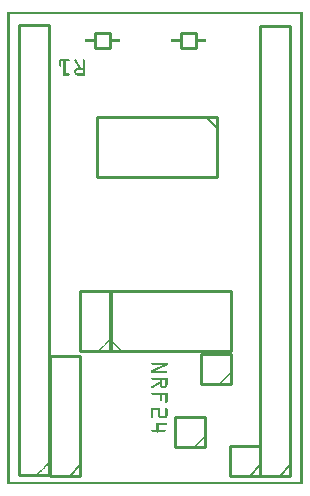
<source format=gto>
G04 MADE WITH FRITZING*
G04 WWW.FRITZING.ORG*
G04 DOUBLE SIDED*
G04 HOLES PLATED*
G04 CONTOUR ON CENTER OF CONTOUR VECTOR*
%ASAXBY*%
%FSLAX23Y23*%
%MOIN*%
%OFA0B0*%
%SFA1.0B1.0*%
%ADD10C,0.010000*%
%ADD11C,0.005000*%
%ADD12R,0.001000X0.001000*%
%LNSILK1*%
G90*
G70*
G54D10*
X343Y1456D02*
X293Y1456D01*
D02*
X293Y1456D02*
X293Y1506D01*
D02*
X293Y1506D02*
X343Y1506D01*
D02*
X343Y1506D02*
X343Y1456D01*
D02*
X629Y1456D02*
X579Y1456D01*
D02*
X579Y1456D02*
X579Y1506D01*
D02*
X579Y1506D02*
X629Y1506D01*
D02*
X629Y1506D02*
X629Y1456D01*
D02*
X345Y444D02*
X745Y444D01*
D02*
X745Y444D02*
X745Y644D01*
D02*
X745Y644D02*
X345Y644D01*
D02*
X345Y644D02*
X345Y444D01*
D02*
X942Y30D02*
X942Y1530D01*
D02*
X942Y1530D02*
X842Y1530D01*
D02*
X842Y1530D02*
X842Y30D01*
D02*
X842Y30D02*
X942Y30D01*
G54D11*
D02*
X942Y65D02*
X907Y30D01*
G54D10*
D02*
X698Y1225D02*
X298Y1225D01*
D02*
X298Y1225D02*
X298Y1025D01*
D02*
X298Y1025D02*
X698Y1025D01*
D02*
X698Y1025D02*
X698Y1225D01*
G54D11*
D02*
X663Y1225D02*
X698Y1190D01*
G54D10*
D02*
X659Y125D02*
X659Y225D01*
D02*
X659Y225D02*
X559Y225D01*
D02*
X559Y225D02*
X559Y125D01*
D02*
X559Y125D02*
X659Y125D01*
D02*
X745Y336D02*
X745Y436D01*
D02*
X745Y436D02*
X645Y436D01*
D02*
X645Y436D02*
X645Y336D01*
D02*
X645Y336D02*
X745Y336D01*
D02*
X842Y30D02*
X842Y130D01*
D02*
X842Y130D02*
X742Y130D01*
D02*
X742Y130D02*
X742Y30D01*
D02*
X742Y30D02*
X842Y30D01*
G54D11*
D02*
X842Y65D02*
X807Y30D01*
G54D10*
D02*
X242Y30D02*
X242Y430D01*
D02*
X242Y430D02*
X142Y430D01*
D02*
X142Y430D02*
X142Y30D01*
D02*
X142Y30D02*
X242Y30D01*
G54D11*
D02*
X242Y65D02*
X207Y30D01*
G54D10*
D02*
X340Y444D02*
X340Y644D01*
D02*
X340Y644D02*
X240Y644D01*
D02*
X240Y644D02*
X240Y444D01*
D02*
X240Y444D02*
X340Y444D01*
D02*
X137Y33D02*
X137Y1533D01*
D02*
X137Y1533D02*
X37Y1533D01*
D02*
X37Y1533D02*
X37Y33D01*
D02*
X37Y33D02*
X137Y33D01*
G54D12*
X0Y1575D02*
X983Y1575D01*
X0Y1574D02*
X983Y1574D01*
X0Y1573D02*
X983Y1573D01*
X0Y1572D02*
X983Y1572D01*
X0Y1571D02*
X983Y1571D01*
X0Y1570D02*
X983Y1570D01*
X0Y1569D02*
X983Y1569D01*
X0Y1568D02*
X983Y1568D01*
X0Y1567D02*
X7Y1567D01*
X976Y1567D02*
X983Y1567D01*
X0Y1566D02*
X7Y1566D01*
X976Y1566D02*
X983Y1566D01*
X0Y1565D02*
X7Y1565D01*
X976Y1565D02*
X983Y1565D01*
X0Y1564D02*
X7Y1564D01*
X976Y1564D02*
X983Y1564D01*
X0Y1563D02*
X7Y1563D01*
X976Y1563D02*
X983Y1563D01*
X0Y1562D02*
X7Y1562D01*
X976Y1562D02*
X983Y1562D01*
X0Y1561D02*
X7Y1561D01*
X976Y1561D02*
X983Y1561D01*
X0Y1560D02*
X7Y1560D01*
X976Y1560D02*
X983Y1560D01*
X0Y1559D02*
X7Y1559D01*
X976Y1559D02*
X983Y1559D01*
X0Y1558D02*
X7Y1558D01*
X976Y1558D02*
X983Y1558D01*
X0Y1557D02*
X7Y1557D01*
X976Y1557D02*
X983Y1557D01*
X0Y1556D02*
X7Y1556D01*
X976Y1556D02*
X983Y1556D01*
X0Y1555D02*
X7Y1555D01*
X976Y1555D02*
X983Y1555D01*
X0Y1554D02*
X7Y1554D01*
X976Y1554D02*
X983Y1554D01*
X0Y1553D02*
X7Y1553D01*
X976Y1553D02*
X983Y1553D01*
X0Y1552D02*
X7Y1552D01*
X976Y1552D02*
X983Y1552D01*
X0Y1551D02*
X7Y1551D01*
X976Y1551D02*
X983Y1551D01*
X0Y1550D02*
X7Y1550D01*
X976Y1550D02*
X983Y1550D01*
X0Y1549D02*
X7Y1549D01*
X976Y1549D02*
X983Y1549D01*
X0Y1548D02*
X7Y1548D01*
X976Y1548D02*
X983Y1548D01*
X0Y1547D02*
X7Y1547D01*
X976Y1547D02*
X983Y1547D01*
X0Y1546D02*
X7Y1546D01*
X976Y1546D02*
X983Y1546D01*
X0Y1545D02*
X7Y1545D01*
X976Y1545D02*
X983Y1545D01*
X0Y1544D02*
X7Y1544D01*
X976Y1544D02*
X983Y1544D01*
X0Y1543D02*
X7Y1543D01*
X976Y1543D02*
X983Y1543D01*
X0Y1542D02*
X7Y1542D01*
X976Y1542D02*
X983Y1542D01*
X0Y1541D02*
X7Y1541D01*
X976Y1541D02*
X983Y1541D01*
X0Y1540D02*
X7Y1540D01*
X976Y1540D02*
X983Y1540D01*
X0Y1539D02*
X7Y1539D01*
X976Y1539D02*
X983Y1539D01*
X0Y1538D02*
X7Y1538D01*
X976Y1538D02*
X983Y1538D01*
X0Y1537D02*
X7Y1537D01*
X976Y1537D02*
X983Y1537D01*
X0Y1536D02*
X7Y1536D01*
X976Y1536D02*
X983Y1536D01*
X0Y1535D02*
X7Y1535D01*
X976Y1535D02*
X983Y1535D01*
X0Y1534D02*
X7Y1534D01*
X976Y1534D02*
X983Y1534D01*
X0Y1533D02*
X7Y1533D01*
X976Y1533D02*
X983Y1533D01*
X0Y1532D02*
X7Y1532D01*
X976Y1532D02*
X983Y1532D01*
X0Y1531D02*
X7Y1531D01*
X976Y1531D02*
X983Y1531D01*
X0Y1530D02*
X7Y1530D01*
X976Y1530D02*
X983Y1530D01*
X0Y1529D02*
X7Y1529D01*
X976Y1529D02*
X983Y1529D01*
X0Y1528D02*
X7Y1528D01*
X976Y1528D02*
X983Y1528D01*
X0Y1527D02*
X7Y1527D01*
X976Y1527D02*
X983Y1527D01*
X0Y1526D02*
X7Y1526D01*
X976Y1526D02*
X983Y1526D01*
X0Y1525D02*
X7Y1525D01*
X976Y1525D02*
X983Y1525D01*
X0Y1524D02*
X7Y1524D01*
X976Y1524D02*
X983Y1524D01*
X0Y1523D02*
X7Y1523D01*
X976Y1523D02*
X983Y1523D01*
X0Y1522D02*
X7Y1522D01*
X976Y1522D02*
X983Y1522D01*
X0Y1521D02*
X7Y1521D01*
X976Y1521D02*
X983Y1521D01*
X0Y1520D02*
X7Y1520D01*
X976Y1520D02*
X983Y1520D01*
X0Y1519D02*
X7Y1519D01*
X976Y1519D02*
X983Y1519D01*
X0Y1518D02*
X7Y1518D01*
X976Y1518D02*
X983Y1518D01*
X0Y1517D02*
X7Y1517D01*
X976Y1517D02*
X983Y1517D01*
X0Y1516D02*
X7Y1516D01*
X976Y1516D02*
X983Y1516D01*
X0Y1515D02*
X7Y1515D01*
X976Y1515D02*
X983Y1515D01*
X0Y1514D02*
X7Y1514D01*
X976Y1514D02*
X983Y1514D01*
X0Y1513D02*
X7Y1513D01*
X976Y1513D02*
X983Y1513D01*
X0Y1512D02*
X7Y1512D01*
X976Y1512D02*
X983Y1512D01*
X0Y1511D02*
X7Y1511D01*
X976Y1511D02*
X983Y1511D01*
X0Y1510D02*
X7Y1510D01*
X976Y1510D02*
X983Y1510D01*
X0Y1509D02*
X7Y1509D01*
X976Y1509D02*
X983Y1509D01*
X0Y1508D02*
X7Y1508D01*
X976Y1508D02*
X983Y1508D01*
X0Y1507D02*
X7Y1507D01*
X976Y1507D02*
X983Y1507D01*
X0Y1506D02*
X7Y1506D01*
X976Y1506D02*
X983Y1506D01*
X0Y1505D02*
X7Y1505D01*
X976Y1505D02*
X983Y1505D01*
X0Y1504D02*
X7Y1504D01*
X976Y1504D02*
X983Y1504D01*
X0Y1503D02*
X7Y1503D01*
X976Y1503D02*
X983Y1503D01*
X0Y1502D02*
X7Y1502D01*
X976Y1502D02*
X983Y1502D01*
X0Y1501D02*
X7Y1501D01*
X976Y1501D02*
X983Y1501D01*
X0Y1500D02*
X7Y1500D01*
X976Y1500D02*
X983Y1500D01*
X0Y1499D02*
X7Y1499D01*
X976Y1499D02*
X983Y1499D01*
X0Y1498D02*
X7Y1498D01*
X976Y1498D02*
X983Y1498D01*
X0Y1497D02*
X7Y1497D01*
X976Y1497D02*
X983Y1497D01*
X0Y1496D02*
X7Y1496D01*
X976Y1496D02*
X983Y1496D01*
X0Y1495D02*
X7Y1495D01*
X976Y1495D02*
X983Y1495D01*
X0Y1494D02*
X7Y1494D01*
X976Y1494D02*
X983Y1494D01*
X0Y1493D02*
X7Y1493D01*
X976Y1493D02*
X983Y1493D01*
X0Y1492D02*
X7Y1492D01*
X976Y1492D02*
X983Y1492D01*
X0Y1491D02*
X7Y1491D01*
X976Y1491D02*
X983Y1491D01*
X0Y1490D02*
X7Y1490D01*
X976Y1490D02*
X983Y1490D01*
X0Y1489D02*
X7Y1489D01*
X976Y1489D02*
X983Y1489D01*
X0Y1488D02*
X7Y1488D01*
X976Y1488D02*
X983Y1488D01*
X0Y1487D02*
X7Y1487D01*
X976Y1487D02*
X983Y1487D01*
X0Y1486D02*
X7Y1486D01*
X259Y1486D02*
X292Y1486D01*
X343Y1486D02*
X374Y1486D01*
X545Y1486D02*
X578Y1486D01*
X629Y1486D02*
X660Y1486D01*
X976Y1486D02*
X983Y1486D01*
X0Y1485D02*
X7Y1485D01*
X259Y1485D02*
X292Y1485D01*
X343Y1485D02*
X374Y1485D01*
X545Y1485D02*
X578Y1485D01*
X629Y1485D02*
X660Y1485D01*
X976Y1485D02*
X983Y1485D01*
X0Y1484D02*
X7Y1484D01*
X259Y1484D02*
X292Y1484D01*
X343Y1484D02*
X374Y1484D01*
X545Y1484D02*
X578Y1484D01*
X629Y1484D02*
X660Y1484D01*
X976Y1484D02*
X983Y1484D01*
X0Y1483D02*
X7Y1483D01*
X259Y1483D02*
X292Y1483D01*
X343Y1483D02*
X374Y1483D01*
X545Y1483D02*
X578Y1483D01*
X629Y1483D02*
X660Y1483D01*
X976Y1483D02*
X983Y1483D01*
X0Y1482D02*
X7Y1482D01*
X260Y1482D02*
X292Y1482D01*
X343Y1482D02*
X374Y1482D01*
X546Y1482D02*
X578Y1482D01*
X629Y1482D02*
X660Y1482D01*
X976Y1482D02*
X983Y1482D01*
X0Y1481D02*
X7Y1481D01*
X260Y1481D02*
X292Y1481D01*
X343Y1481D02*
X374Y1481D01*
X546Y1481D02*
X578Y1481D01*
X629Y1481D02*
X660Y1481D01*
X976Y1481D02*
X983Y1481D01*
X0Y1480D02*
X7Y1480D01*
X259Y1480D02*
X292Y1480D01*
X343Y1480D02*
X374Y1480D01*
X546Y1480D02*
X578Y1480D01*
X629Y1480D02*
X660Y1480D01*
X976Y1480D02*
X983Y1480D01*
X0Y1479D02*
X7Y1479D01*
X259Y1479D02*
X292Y1479D01*
X343Y1479D02*
X374Y1479D01*
X545Y1479D02*
X578Y1479D01*
X629Y1479D02*
X660Y1479D01*
X976Y1479D02*
X983Y1479D01*
X0Y1478D02*
X7Y1478D01*
X259Y1478D02*
X292Y1478D01*
X343Y1478D02*
X374Y1478D01*
X545Y1478D02*
X578Y1478D01*
X629Y1478D02*
X660Y1478D01*
X976Y1478D02*
X983Y1478D01*
X0Y1477D02*
X7Y1477D01*
X259Y1477D02*
X292Y1477D01*
X343Y1477D02*
X374Y1477D01*
X545Y1477D02*
X578Y1477D01*
X629Y1477D02*
X660Y1477D01*
X976Y1477D02*
X983Y1477D01*
X0Y1476D02*
X7Y1476D01*
X976Y1476D02*
X983Y1476D01*
X0Y1475D02*
X7Y1475D01*
X976Y1475D02*
X983Y1475D01*
X0Y1474D02*
X7Y1474D01*
X976Y1474D02*
X983Y1474D01*
X0Y1473D02*
X7Y1473D01*
X976Y1473D02*
X983Y1473D01*
X0Y1472D02*
X7Y1472D01*
X976Y1472D02*
X983Y1472D01*
X0Y1471D02*
X7Y1471D01*
X976Y1471D02*
X983Y1471D01*
X0Y1470D02*
X7Y1470D01*
X976Y1470D02*
X983Y1470D01*
X0Y1469D02*
X7Y1469D01*
X976Y1469D02*
X983Y1469D01*
X0Y1468D02*
X7Y1468D01*
X976Y1468D02*
X983Y1468D01*
X0Y1467D02*
X7Y1467D01*
X976Y1467D02*
X983Y1467D01*
X0Y1466D02*
X7Y1466D01*
X976Y1466D02*
X983Y1466D01*
X0Y1465D02*
X7Y1465D01*
X976Y1465D02*
X983Y1465D01*
X0Y1464D02*
X7Y1464D01*
X976Y1464D02*
X983Y1464D01*
X0Y1463D02*
X7Y1463D01*
X976Y1463D02*
X983Y1463D01*
X0Y1462D02*
X7Y1462D01*
X976Y1462D02*
X983Y1462D01*
X0Y1461D02*
X7Y1461D01*
X976Y1461D02*
X983Y1461D01*
X0Y1460D02*
X7Y1460D01*
X976Y1460D02*
X983Y1460D01*
X0Y1459D02*
X7Y1459D01*
X976Y1459D02*
X983Y1459D01*
X0Y1458D02*
X7Y1458D01*
X976Y1458D02*
X983Y1458D01*
X0Y1457D02*
X7Y1457D01*
X976Y1457D02*
X983Y1457D01*
X0Y1456D02*
X7Y1456D01*
X976Y1456D02*
X983Y1456D01*
X0Y1455D02*
X7Y1455D01*
X976Y1455D02*
X983Y1455D01*
X0Y1454D02*
X7Y1454D01*
X976Y1454D02*
X983Y1454D01*
X0Y1453D02*
X7Y1453D01*
X976Y1453D02*
X983Y1453D01*
X0Y1452D02*
X7Y1452D01*
X976Y1452D02*
X983Y1452D01*
X0Y1451D02*
X7Y1451D01*
X976Y1451D02*
X983Y1451D01*
X0Y1450D02*
X7Y1450D01*
X976Y1450D02*
X983Y1450D01*
X0Y1449D02*
X7Y1449D01*
X976Y1449D02*
X983Y1449D01*
X0Y1448D02*
X7Y1448D01*
X976Y1448D02*
X983Y1448D01*
X0Y1447D02*
X7Y1447D01*
X976Y1447D02*
X983Y1447D01*
X0Y1446D02*
X7Y1446D01*
X976Y1446D02*
X983Y1446D01*
X0Y1445D02*
X7Y1445D01*
X976Y1445D02*
X983Y1445D01*
X0Y1444D02*
X7Y1444D01*
X976Y1444D02*
X983Y1444D01*
X0Y1443D02*
X7Y1443D01*
X976Y1443D02*
X983Y1443D01*
X0Y1442D02*
X7Y1442D01*
X976Y1442D02*
X983Y1442D01*
X0Y1441D02*
X7Y1441D01*
X976Y1441D02*
X983Y1441D01*
X0Y1440D02*
X7Y1440D01*
X976Y1440D02*
X983Y1440D01*
X0Y1439D02*
X7Y1439D01*
X976Y1439D02*
X983Y1439D01*
X0Y1438D02*
X7Y1438D01*
X976Y1438D02*
X983Y1438D01*
X0Y1437D02*
X7Y1437D01*
X976Y1437D02*
X983Y1437D01*
X0Y1436D02*
X7Y1436D01*
X976Y1436D02*
X983Y1436D01*
X0Y1435D02*
X7Y1435D01*
X976Y1435D02*
X983Y1435D01*
X0Y1434D02*
X7Y1434D01*
X976Y1434D02*
X983Y1434D01*
X0Y1433D02*
X7Y1433D01*
X976Y1433D02*
X983Y1433D01*
X0Y1432D02*
X7Y1432D01*
X976Y1432D02*
X983Y1432D01*
X0Y1431D02*
X7Y1431D01*
X976Y1431D02*
X983Y1431D01*
X0Y1430D02*
X7Y1430D01*
X976Y1430D02*
X983Y1430D01*
X0Y1429D02*
X7Y1429D01*
X976Y1429D02*
X983Y1429D01*
X0Y1428D02*
X7Y1428D01*
X976Y1428D02*
X983Y1428D01*
X0Y1427D02*
X7Y1427D01*
X976Y1427D02*
X983Y1427D01*
X0Y1426D02*
X7Y1426D01*
X976Y1426D02*
X983Y1426D01*
X0Y1425D02*
X7Y1425D01*
X976Y1425D02*
X983Y1425D01*
X0Y1424D02*
X7Y1424D01*
X976Y1424D02*
X983Y1424D01*
X0Y1423D02*
X7Y1423D01*
X976Y1423D02*
X983Y1423D01*
X0Y1422D02*
X7Y1422D01*
X976Y1422D02*
X983Y1422D01*
X0Y1421D02*
X7Y1421D01*
X976Y1421D02*
X983Y1421D01*
X0Y1420D02*
X7Y1420D01*
X976Y1420D02*
X983Y1420D01*
X0Y1419D02*
X7Y1419D01*
X976Y1419D02*
X983Y1419D01*
X0Y1418D02*
X7Y1418D01*
X976Y1418D02*
X983Y1418D01*
X0Y1417D02*
X7Y1417D01*
X174Y1417D02*
X205Y1417D01*
X224Y1417D02*
X228Y1417D01*
X252Y1417D02*
X256Y1417D01*
X976Y1417D02*
X983Y1417D01*
X0Y1416D02*
X7Y1416D01*
X173Y1416D02*
X206Y1416D01*
X224Y1416D02*
X229Y1416D01*
X251Y1416D02*
X256Y1416D01*
X976Y1416D02*
X983Y1416D01*
X0Y1415D02*
X7Y1415D01*
X173Y1415D02*
X207Y1415D01*
X223Y1415D02*
X230Y1415D01*
X251Y1415D02*
X257Y1415D01*
X976Y1415D02*
X983Y1415D01*
X0Y1414D02*
X7Y1414D01*
X173Y1414D02*
X207Y1414D01*
X223Y1414D02*
X230Y1414D01*
X251Y1414D02*
X257Y1414D01*
X976Y1414D02*
X983Y1414D01*
X0Y1413D02*
X7Y1413D01*
X173Y1413D02*
X206Y1413D01*
X224Y1413D02*
X231Y1413D01*
X251Y1413D02*
X257Y1413D01*
X976Y1413D02*
X983Y1413D01*
X0Y1412D02*
X7Y1412D01*
X173Y1412D02*
X206Y1412D01*
X224Y1412D02*
X231Y1412D01*
X251Y1412D02*
X257Y1412D01*
X976Y1412D02*
X983Y1412D01*
X0Y1411D02*
X7Y1411D01*
X173Y1411D02*
X203Y1411D01*
X225Y1411D02*
X232Y1411D01*
X251Y1411D02*
X257Y1411D01*
X976Y1411D02*
X983Y1411D01*
X0Y1410D02*
X7Y1410D01*
X173Y1410D02*
X179Y1410D01*
X187Y1410D02*
X193Y1410D01*
X225Y1410D02*
X232Y1410D01*
X251Y1410D02*
X257Y1410D01*
X976Y1410D02*
X983Y1410D01*
X0Y1409D02*
X7Y1409D01*
X173Y1409D02*
X179Y1409D01*
X187Y1409D02*
X193Y1409D01*
X226Y1409D02*
X233Y1409D01*
X251Y1409D02*
X257Y1409D01*
X976Y1409D02*
X983Y1409D01*
X0Y1408D02*
X7Y1408D01*
X173Y1408D02*
X179Y1408D01*
X187Y1408D02*
X193Y1408D01*
X226Y1408D02*
X234Y1408D01*
X251Y1408D02*
X257Y1408D01*
X976Y1408D02*
X983Y1408D01*
X0Y1407D02*
X7Y1407D01*
X173Y1407D02*
X179Y1407D01*
X187Y1407D02*
X193Y1407D01*
X227Y1407D02*
X234Y1407D01*
X251Y1407D02*
X257Y1407D01*
X976Y1407D02*
X983Y1407D01*
X0Y1406D02*
X7Y1406D01*
X173Y1406D02*
X179Y1406D01*
X187Y1406D02*
X193Y1406D01*
X228Y1406D02*
X235Y1406D01*
X251Y1406D02*
X257Y1406D01*
X976Y1406D02*
X983Y1406D01*
X0Y1405D02*
X7Y1405D01*
X173Y1405D02*
X179Y1405D01*
X187Y1405D02*
X193Y1405D01*
X228Y1405D02*
X235Y1405D01*
X251Y1405D02*
X257Y1405D01*
X976Y1405D02*
X983Y1405D01*
X0Y1404D02*
X7Y1404D01*
X173Y1404D02*
X179Y1404D01*
X187Y1404D02*
X193Y1404D01*
X229Y1404D02*
X236Y1404D01*
X251Y1404D02*
X257Y1404D01*
X976Y1404D02*
X983Y1404D01*
X0Y1403D02*
X7Y1403D01*
X173Y1403D02*
X179Y1403D01*
X187Y1403D02*
X193Y1403D01*
X229Y1403D02*
X237Y1403D01*
X251Y1403D02*
X257Y1403D01*
X976Y1403D02*
X983Y1403D01*
X0Y1402D02*
X7Y1402D01*
X173Y1402D02*
X179Y1402D01*
X187Y1402D02*
X193Y1402D01*
X230Y1402D02*
X237Y1402D01*
X251Y1402D02*
X257Y1402D01*
X976Y1402D02*
X983Y1402D01*
X0Y1401D02*
X7Y1401D01*
X173Y1401D02*
X179Y1401D01*
X187Y1401D02*
X193Y1401D01*
X231Y1401D02*
X238Y1401D01*
X251Y1401D02*
X257Y1401D01*
X976Y1401D02*
X983Y1401D01*
X0Y1400D02*
X7Y1400D01*
X173Y1400D02*
X179Y1400D01*
X187Y1400D02*
X193Y1400D01*
X231Y1400D02*
X238Y1400D01*
X251Y1400D02*
X257Y1400D01*
X976Y1400D02*
X983Y1400D01*
X0Y1399D02*
X7Y1399D01*
X173Y1399D02*
X179Y1399D01*
X187Y1399D02*
X193Y1399D01*
X232Y1399D02*
X239Y1399D01*
X251Y1399D02*
X257Y1399D01*
X976Y1399D02*
X983Y1399D01*
X0Y1398D02*
X7Y1398D01*
X173Y1398D02*
X179Y1398D01*
X187Y1398D02*
X193Y1398D01*
X232Y1398D02*
X239Y1398D01*
X251Y1398D02*
X257Y1398D01*
X976Y1398D02*
X983Y1398D01*
X0Y1397D02*
X7Y1397D01*
X173Y1397D02*
X179Y1397D01*
X187Y1397D02*
X193Y1397D01*
X233Y1397D02*
X240Y1397D01*
X251Y1397D02*
X257Y1397D01*
X976Y1397D02*
X983Y1397D01*
X0Y1396D02*
X7Y1396D01*
X173Y1396D02*
X179Y1396D01*
X187Y1396D02*
X193Y1396D01*
X233Y1396D02*
X241Y1396D01*
X251Y1396D02*
X257Y1396D01*
X976Y1396D02*
X983Y1396D01*
X0Y1395D02*
X7Y1395D01*
X174Y1395D02*
X179Y1395D01*
X187Y1395D02*
X193Y1395D01*
X234Y1395D02*
X241Y1395D01*
X251Y1395D02*
X257Y1395D01*
X976Y1395D02*
X983Y1395D01*
X0Y1394D02*
X7Y1394D01*
X175Y1394D02*
X178Y1394D01*
X187Y1394D02*
X193Y1394D01*
X235Y1394D02*
X242Y1394D01*
X251Y1394D02*
X257Y1394D01*
X976Y1394D02*
X983Y1394D01*
X0Y1393D02*
X7Y1393D01*
X187Y1393D02*
X193Y1393D01*
X235Y1393D02*
X242Y1393D01*
X251Y1393D02*
X257Y1393D01*
X976Y1393D02*
X983Y1393D01*
X0Y1392D02*
X7Y1392D01*
X187Y1392D02*
X193Y1392D01*
X236Y1392D02*
X243Y1392D01*
X251Y1392D02*
X257Y1392D01*
X976Y1392D02*
X983Y1392D01*
X0Y1391D02*
X7Y1391D01*
X187Y1391D02*
X193Y1391D01*
X236Y1391D02*
X244Y1391D01*
X251Y1391D02*
X257Y1391D01*
X976Y1391D02*
X983Y1391D01*
X0Y1390D02*
X7Y1390D01*
X187Y1390D02*
X193Y1390D01*
X237Y1390D02*
X244Y1390D01*
X251Y1390D02*
X257Y1390D01*
X976Y1390D02*
X983Y1390D01*
X0Y1389D02*
X7Y1389D01*
X187Y1389D02*
X193Y1389D01*
X238Y1389D02*
X245Y1389D01*
X251Y1389D02*
X257Y1389D01*
X976Y1389D02*
X983Y1389D01*
X0Y1388D02*
X7Y1388D01*
X187Y1388D02*
X193Y1388D01*
X231Y1388D02*
X257Y1388D01*
X976Y1388D02*
X983Y1388D01*
X0Y1387D02*
X7Y1387D01*
X187Y1387D02*
X193Y1387D01*
X228Y1387D02*
X257Y1387D01*
X976Y1387D02*
X983Y1387D01*
X0Y1386D02*
X7Y1386D01*
X187Y1386D02*
X193Y1386D01*
X227Y1386D02*
X257Y1386D01*
X976Y1386D02*
X983Y1386D01*
X0Y1385D02*
X7Y1385D01*
X187Y1385D02*
X193Y1385D01*
X226Y1385D02*
X257Y1385D01*
X976Y1385D02*
X983Y1385D01*
X0Y1384D02*
X7Y1384D01*
X187Y1384D02*
X193Y1384D01*
X225Y1384D02*
X257Y1384D01*
X976Y1384D02*
X983Y1384D01*
X0Y1383D02*
X7Y1383D01*
X187Y1383D02*
X193Y1383D01*
X225Y1383D02*
X257Y1383D01*
X976Y1383D02*
X983Y1383D01*
X0Y1382D02*
X7Y1382D01*
X187Y1382D02*
X193Y1382D01*
X224Y1382D02*
X257Y1382D01*
X976Y1382D02*
X983Y1382D01*
X0Y1381D02*
X7Y1381D01*
X187Y1381D02*
X193Y1381D01*
X224Y1381D02*
X231Y1381D01*
X251Y1381D02*
X257Y1381D01*
X976Y1381D02*
X983Y1381D01*
X0Y1380D02*
X7Y1380D01*
X187Y1380D02*
X193Y1380D01*
X223Y1380D02*
X230Y1380D01*
X251Y1380D02*
X257Y1380D01*
X976Y1380D02*
X983Y1380D01*
X0Y1379D02*
X7Y1379D01*
X187Y1379D02*
X193Y1379D01*
X223Y1379D02*
X229Y1379D01*
X251Y1379D02*
X257Y1379D01*
X976Y1379D02*
X983Y1379D01*
X0Y1378D02*
X7Y1378D01*
X187Y1378D02*
X193Y1378D01*
X223Y1378D02*
X229Y1378D01*
X251Y1378D02*
X257Y1378D01*
X976Y1378D02*
X983Y1378D01*
X0Y1377D02*
X7Y1377D01*
X187Y1377D02*
X193Y1377D01*
X223Y1377D02*
X229Y1377D01*
X251Y1377D02*
X257Y1377D01*
X976Y1377D02*
X983Y1377D01*
X0Y1376D02*
X7Y1376D01*
X187Y1376D02*
X193Y1376D01*
X223Y1376D02*
X229Y1376D01*
X251Y1376D02*
X257Y1376D01*
X976Y1376D02*
X983Y1376D01*
X0Y1375D02*
X7Y1375D01*
X187Y1375D02*
X193Y1375D01*
X223Y1375D02*
X229Y1375D01*
X251Y1375D02*
X257Y1375D01*
X976Y1375D02*
X983Y1375D01*
X0Y1374D02*
X7Y1374D01*
X187Y1374D02*
X193Y1374D01*
X223Y1374D02*
X229Y1374D01*
X251Y1374D02*
X257Y1374D01*
X976Y1374D02*
X983Y1374D01*
X0Y1373D02*
X7Y1373D01*
X187Y1373D02*
X193Y1373D01*
X223Y1373D02*
X230Y1373D01*
X251Y1373D02*
X257Y1373D01*
X976Y1373D02*
X983Y1373D01*
X0Y1372D02*
X7Y1372D01*
X187Y1372D02*
X193Y1372D01*
X224Y1372D02*
X230Y1372D01*
X251Y1372D02*
X257Y1372D01*
X976Y1372D02*
X983Y1372D01*
X0Y1371D02*
X7Y1371D01*
X187Y1371D02*
X193Y1371D01*
X224Y1371D02*
X232Y1371D01*
X251Y1371D02*
X257Y1371D01*
X976Y1371D02*
X983Y1371D01*
X0Y1370D02*
X7Y1370D01*
X187Y1370D02*
X205Y1370D01*
X224Y1370D02*
X257Y1370D01*
X976Y1370D02*
X983Y1370D01*
X0Y1369D02*
X7Y1369D01*
X187Y1369D02*
X206Y1369D01*
X225Y1369D02*
X257Y1369D01*
X976Y1369D02*
X983Y1369D01*
X0Y1368D02*
X7Y1368D01*
X187Y1368D02*
X206Y1368D01*
X225Y1368D02*
X257Y1368D01*
X976Y1368D02*
X983Y1368D01*
X0Y1367D02*
X7Y1367D01*
X187Y1367D02*
X207Y1367D01*
X226Y1367D02*
X257Y1367D01*
X976Y1367D02*
X983Y1367D01*
X0Y1366D02*
X7Y1366D01*
X187Y1366D02*
X206Y1366D01*
X228Y1366D02*
X257Y1366D01*
X976Y1366D02*
X983Y1366D01*
X0Y1365D02*
X7Y1365D01*
X187Y1365D02*
X206Y1365D01*
X229Y1365D02*
X257Y1365D01*
X976Y1365D02*
X983Y1365D01*
X0Y1364D02*
X7Y1364D01*
X187Y1364D02*
X204Y1364D01*
X232Y1364D02*
X257Y1364D01*
X976Y1364D02*
X983Y1364D01*
X0Y1363D02*
X7Y1363D01*
X976Y1363D02*
X983Y1363D01*
X0Y1362D02*
X7Y1362D01*
X976Y1362D02*
X983Y1362D01*
X0Y1361D02*
X7Y1361D01*
X976Y1361D02*
X983Y1361D01*
X0Y1360D02*
X7Y1360D01*
X976Y1360D02*
X983Y1360D01*
X0Y1359D02*
X7Y1359D01*
X976Y1359D02*
X983Y1359D01*
X0Y1358D02*
X7Y1358D01*
X976Y1358D02*
X983Y1358D01*
X0Y1357D02*
X7Y1357D01*
X976Y1357D02*
X983Y1357D01*
X0Y1356D02*
X7Y1356D01*
X976Y1356D02*
X983Y1356D01*
X0Y1355D02*
X7Y1355D01*
X976Y1355D02*
X983Y1355D01*
X0Y1354D02*
X7Y1354D01*
X976Y1354D02*
X983Y1354D01*
X0Y1353D02*
X7Y1353D01*
X976Y1353D02*
X983Y1353D01*
X0Y1352D02*
X7Y1352D01*
X976Y1352D02*
X983Y1352D01*
X0Y1351D02*
X7Y1351D01*
X976Y1351D02*
X983Y1351D01*
X0Y1350D02*
X7Y1350D01*
X976Y1350D02*
X983Y1350D01*
X0Y1349D02*
X7Y1349D01*
X976Y1349D02*
X983Y1349D01*
X0Y1348D02*
X7Y1348D01*
X976Y1348D02*
X983Y1348D01*
X0Y1347D02*
X7Y1347D01*
X976Y1347D02*
X983Y1347D01*
X0Y1346D02*
X7Y1346D01*
X976Y1346D02*
X983Y1346D01*
X0Y1345D02*
X7Y1345D01*
X976Y1345D02*
X983Y1345D01*
X0Y1344D02*
X7Y1344D01*
X976Y1344D02*
X983Y1344D01*
X0Y1343D02*
X7Y1343D01*
X976Y1343D02*
X983Y1343D01*
X0Y1342D02*
X7Y1342D01*
X976Y1342D02*
X983Y1342D01*
X0Y1341D02*
X7Y1341D01*
X976Y1341D02*
X983Y1341D01*
X0Y1340D02*
X7Y1340D01*
X976Y1340D02*
X983Y1340D01*
X0Y1339D02*
X7Y1339D01*
X976Y1339D02*
X983Y1339D01*
X0Y1338D02*
X7Y1338D01*
X976Y1338D02*
X983Y1338D01*
X0Y1337D02*
X7Y1337D01*
X976Y1337D02*
X983Y1337D01*
X0Y1336D02*
X7Y1336D01*
X976Y1336D02*
X983Y1336D01*
X0Y1335D02*
X7Y1335D01*
X976Y1335D02*
X983Y1335D01*
X0Y1334D02*
X7Y1334D01*
X976Y1334D02*
X983Y1334D01*
X0Y1333D02*
X7Y1333D01*
X976Y1333D02*
X983Y1333D01*
X0Y1332D02*
X7Y1332D01*
X976Y1332D02*
X983Y1332D01*
X0Y1331D02*
X7Y1331D01*
X976Y1331D02*
X983Y1331D01*
X0Y1330D02*
X7Y1330D01*
X976Y1330D02*
X983Y1330D01*
X0Y1329D02*
X7Y1329D01*
X976Y1329D02*
X983Y1329D01*
X0Y1328D02*
X7Y1328D01*
X976Y1328D02*
X983Y1328D01*
X0Y1327D02*
X7Y1327D01*
X976Y1327D02*
X983Y1327D01*
X0Y1326D02*
X7Y1326D01*
X976Y1326D02*
X983Y1326D01*
X0Y1325D02*
X7Y1325D01*
X976Y1325D02*
X983Y1325D01*
X0Y1324D02*
X7Y1324D01*
X976Y1324D02*
X983Y1324D01*
X0Y1323D02*
X7Y1323D01*
X976Y1323D02*
X983Y1323D01*
X0Y1322D02*
X7Y1322D01*
X976Y1322D02*
X983Y1322D01*
X0Y1321D02*
X7Y1321D01*
X976Y1321D02*
X983Y1321D01*
X0Y1320D02*
X7Y1320D01*
X976Y1320D02*
X983Y1320D01*
X0Y1319D02*
X7Y1319D01*
X976Y1319D02*
X983Y1319D01*
X0Y1318D02*
X7Y1318D01*
X976Y1318D02*
X983Y1318D01*
X0Y1317D02*
X7Y1317D01*
X976Y1317D02*
X983Y1317D01*
X0Y1316D02*
X7Y1316D01*
X976Y1316D02*
X983Y1316D01*
X0Y1315D02*
X7Y1315D01*
X976Y1315D02*
X983Y1315D01*
X0Y1314D02*
X7Y1314D01*
X976Y1314D02*
X983Y1314D01*
X0Y1313D02*
X7Y1313D01*
X976Y1313D02*
X983Y1313D01*
X0Y1312D02*
X7Y1312D01*
X976Y1312D02*
X983Y1312D01*
X0Y1311D02*
X7Y1311D01*
X976Y1311D02*
X983Y1311D01*
X0Y1310D02*
X7Y1310D01*
X976Y1310D02*
X983Y1310D01*
X0Y1309D02*
X7Y1309D01*
X976Y1309D02*
X983Y1309D01*
X0Y1308D02*
X7Y1308D01*
X976Y1308D02*
X983Y1308D01*
X0Y1307D02*
X7Y1307D01*
X976Y1307D02*
X983Y1307D01*
X0Y1306D02*
X7Y1306D01*
X976Y1306D02*
X983Y1306D01*
X0Y1305D02*
X7Y1305D01*
X976Y1305D02*
X983Y1305D01*
X0Y1304D02*
X7Y1304D01*
X976Y1304D02*
X983Y1304D01*
X0Y1303D02*
X7Y1303D01*
X976Y1303D02*
X983Y1303D01*
X0Y1302D02*
X7Y1302D01*
X976Y1302D02*
X983Y1302D01*
X0Y1301D02*
X7Y1301D01*
X976Y1301D02*
X983Y1301D01*
X0Y1300D02*
X7Y1300D01*
X976Y1300D02*
X983Y1300D01*
X0Y1299D02*
X7Y1299D01*
X976Y1299D02*
X983Y1299D01*
X0Y1298D02*
X7Y1298D01*
X976Y1298D02*
X983Y1298D01*
X0Y1297D02*
X7Y1297D01*
X976Y1297D02*
X983Y1297D01*
X0Y1296D02*
X7Y1296D01*
X976Y1296D02*
X983Y1296D01*
X0Y1295D02*
X7Y1295D01*
X976Y1295D02*
X983Y1295D01*
X0Y1294D02*
X7Y1294D01*
X976Y1294D02*
X983Y1294D01*
X0Y1293D02*
X7Y1293D01*
X976Y1293D02*
X983Y1293D01*
X0Y1292D02*
X7Y1292D01*
X976Y1292D02*
X983Y1292D01*
X0Y1291D02*
X7Y1291D01*
X976Y1291D02*
X983Y1291D01*
X0Y1290D02*
X7Y1290D01*
X976Y1290D02*
X983Y1290D01*
X0Y1289D02*
X7Y1289D01*
X976Y1289D02*
X983Y1289D01*
X0Y1288D02*
X7Y1288D01*
X976Y1288D02*
X983Y1288D01*
X0Y1287D02*
X7Y1287D01*
X976Y1287D02*
X983Y1287D01*
X0Y1286D02*
X7Y1286D01*
X976Y1286D02*
X983Y1286D01*
X0Y1285D02*
X7Y1285D01*
X976Y1285D02*
X983Y1285D01*
X0Y1284D02*
X7Y1284D01*
X976Y1284D02*
X983Y1284D01*
X0Y1283D02*
X7Y1283D01*
X976Y1283D02*
X983Y1283D01*
X0Y1282D02*
X7Y1282D01*
X976Y1282D02*
X983Y1282D01*
X0Y1281D02*
X7Y1281D01*
X976Y1281D02*
X983Y1281D01*
X0Y1280D02*
X7Y1280D01*
X976Y1280D02*
X983Y1280D01*
X0Y1279D02*
X7Y1279D01*
X976Y1279D02*
X983Y1279D01*
X0Y1278D02*
X7Y1278D01*
X976Y1278D02*
X983Y1278D01*
X0Y1277D02*
X7Y1277D01*
X976Y1277D02*
X983Y1277D01*
X0Y1276D02*
X7Y1276D01*
X976Y1276D02*
X983Y1276D01*
X0Y1275D02*
X7Y1275D01*
X976Y1275D02*
X983Y1275D01*
X0Y1274D02*
X7Y1274D01*
X976Y1274D02*
X983Y1274D01*
X0Y1273D02*
X7Y1273D01*
X976Y1273D02*
X983Y1273D01*
X0Y1272D02*
X7Y1272D01*
X976Y1272D02*
X983Y1272D01*
X0Y1271D02*
X7Y1271D01*
X976Y1271D02*
X983Y1271D01*
X0Y1270D02*
X7Y1270D01*
X976Y1270D02*
X983Y1270D01*
X0Y1269D02*
X7Y1269D01*
X976Y1269D02*
X983Y1269D01*
X0Y1268D02*
X7Y1268D01*
X976Y1268D02*
X983Y1268D01*
X0Y1267D02*
X7Y1267D01*
X976Y1267D02*
X983Y1267D01*
X0Y1266D02*
X7Y1266D01*
X976Y1266D02*
X983Y1266D01*
X0Y1265D02*
X7Y1265D01*
X976Y1265D02*
X983Y1265D01*
X0Y1264D02*
X7Y1264D01*
X976Y1264D02*
X983Y1264D01*
X0Y1263D02*
X7Y1263D01*
X976Y1263D02*
X983Y1263D01*
X0Y1262D02*
X7Y1262D01*
X976Y1262D02*
X983Y1262D01*
X0Y1261D02*
X7Y1261D01*
X976Y1261D02*
X983Y1261D01*
X0Y1260D02*
X7Y1260D01*
X976Y1260D02*
X983Y1260D01*
X0Y1259D02*
X7Y1259D01*
X976Y1259D02*
X983Y1259D01*
X0Y1258D02*
X7Y1258D01*
X976Y1258D02*
X983Y1258D01*
X0Y1257D02*
X7Y1257D01*
X976Y1257D02*
X983Y1257D01*
X0Y1256D02*
X7Y1256D01*
X976Y1256D02*
X983Y1256D01*
X0Y1255D02*
X7Y1255D01*
X976Y1255D02*
X983Y1255D01*
X0Y1254D02*
X7Y1254D01*
X976Y1254D02*
X983Y1254D01*
X0Y1253D02*
X7Y1253D01*
X976Y1253D02*
X983Y1253D01*
X0Y1252D02*
X7Y1252D01*
X976Y1252D02*
X983Y1252D01*
X0Y1251D02*
X7Y1251D01*
X976Y1251D02*
X983Y1251D01*
X0Y1250D02*
X7Y1250D01*
X976Y1250D02*
X983Y1250D01*
X0Y1249D02*
X7Y1249D01*
X976Y1249D02*
X983Y1249D01*
X0Y1248D02*
X7Y1248D01*
X976Y1248D02*
X983Y1248D01*
X0Y1247D02*
X7Y1247D01*
X976Y1247D02*
X983Y1247D01*
X0Y1246D02*
X7Y1246D01*
X976Y1246D02*
X983Y1246D01*
X0Y1245D02*
X7Y1245D01*
X976Y1245D02*
X983Y1245D01*
X0Y1244D02*
X7Y1244D01*
X976Y1244D02*
X983Y1244D01*
X0Y1243D02*
X7Y1243D01*
X976Y1243D02*
X983Y1243D01*
X0Y1242D02*
X7Y1242D01*
X976Y1242D02*
X983Y1242D01*
X0Y1241D02*
X7Y1241D01*
X976Y1241D02*
X983Y1241D01*
X0Y1240D02*
X7Y1240D01*
X976Y1240D02*
X983Y1240D01*
X0Y1239D02*
X7Y1239D01*
X976Y1239D02*
X983Y1239D01*
X0Y1238D02*
X7Y1238D01*
X976Y1238D02*
X983Y1238D01*
X0Y1237D02*
X7Y1237D01*
X976Y1237D02*
X983Y1237D01*
X0Y1236D02*
X7Y1236D01*
X976Y1236D02*
X983Y1236D01*
X0Y1235D02*
X7Y1235D01*
X976Y1235D02*
X983Y1235D01*
X0Y1234D02*
X7Y1234D01*
X976Y1234D02*
X983Y1234D01*
X0Y1233D02*
X7Y1233D01*
X976Y1233D02*
X983Y1233D01*
X0Y1232D02*
X7Y1232D01*
X976Y1232D02*
X983Y1232D01*
X0Y1231D02*
X7Y1231D01*
X976Y1231D02*
X983Y1231D01*
X0Y1230D02*
X7Y1230D01*
X976Y1230D02*
X983Y1230D01*
X0Y1229D02*
X7Y1229D01*
X976Y1229D02*
X983Y1229D01*
X0Y1228D02*
X7Y1228D01*
X976Y1228D02*
X983Y1228D01*
X0Y1227D02*
X7Y1227D01*
X976Y1227D02*
X983Y1227D01*
X0Y1226D02*
X7Y1226D01*
X976Y1226D02*
X983Y1226D01*
X0Y1225D02*
X7Y1225D01*
X976Y1225D02*
X983Y1225D01*
X0Y1224D02*
X7Y1224D01*
X976Y1224D02*
X983Y1224D01*
X0Y1223D02*
X7Y1223D01*
X976Y1223D02*
X983Y1223D01*
X0Y1222D02*
X7Y1222D01*
X976Y1222D02*
X983Y1222D01*
X0Y1221D02*
X7Y1221D01*
X976Y1221D02*
X983Y1221D01*
X0Y1220D02*
X7Y1220D01*
X976Y1220D02*
X983Y1220D01*
X0Y1219D02*
X7Y1219D01*
X976Y1219D02*
X983Y1219D01*
X0Y1218D02*
X7Y1218D01*
X976Y1218D02*
X983Y1218D01*
X0Y1217D02*
X7Y1217D01*
X976Y1217D02*
X983Y1217D01*
X0Y1216D02*
X7Y1216D01*
X976Y1216D02*
X983Y1216D01*
X0Y1215D02*
X7Y1215D01*
X976Y1215D02*
X983Y1215D01*
X0Y1214D02*
X7Y1214D01*
X976Y1214D02*
X983Y1214D01*
X0Y1213D02*
X7Y1213D01*
X976Y1213D02*
X983Y1213D01*
X0Y1212D02*
X7Y1212D01*
X976Y1212D02*
X983Y1212D01*
X0Y1211D02*
X7Y1211D01*
X976Y1211D02*
X983Y1211D01*
X0Y1210D02*
X7Y1210D01*
X976Y1210D02*
X983Y1210D01*
X0Y1209D02*
X7Y1209D01*
X976Y1209D02*
X983Y1209D01*
X0Y1208D02*
X7Y1208D01*
X976Y1208D02*
X983Y1208D01*
X0Y1207D02*
X7Y1207D01*
X976Y1207D02*
X983Y1207D01*
X0Y1206D02*
X7Y1206D01*
X976Y1206D02*
X983Y1206D01*
X0Y1205D02*
X7Y1205D01*
X976Y1205D02*
X983Y1205D01*
X0Y1204D02*
X7Y1204D01*
X976Y1204D02*
X983Y1204D01*
X0Y1203D02*
X7Y1203D01*
X976Y1203D02*
X983Y1203D01*
X0Y1202D02*
X7Y1202D01*
X976Y1202D02*
X983Y1202D01*
X0Y1201D02*
X7Y1201D01*
X976Y1201D02*
X983Y1201D01*
X0Y1200D02*
X7Y1200D01*
X976Y1200D02*
X983Y1200D01*
X0Y1199D02*
X7Y1199D01*
X976Y1199D02*
X983Y1199D01*
X0Y1198D02*
X7Y1198D01*
X976Y1198D02*
X983Y1198D01*
X0Y1197D02*
X7Y1197D01*
X976Y1197D02*
X983Y1197D01*
X0Y1196D02*
X7Y1196D01*
X976Y1196D02*
X983Y1196D01*
X0Y1195D02*
X7Y1195D01*
X976Y1195D02*
X983Y1195D01*
X0Y1194D02*
X7Y1194D01*
X976Y1194D02*
X983Y1194D01*
X0Y1193D02*
X7Y1193D01*
X976Y1193D02*
X983Y1193D01*
X0Y1192D02*
X7Y1192D01*
X976Y1192D02*
X983Y1192D01*
X0Y1191D02*
X7Y1191D01*
X976Y1191D02*
X983Y1191D01*
X0Y1190D02*
X7Y1190D01*
X976Y1190D02*
X983Y1190D01*
X0Y1189D02*
X7Y1189D01*
X976Y1189D02*
X983Y1189D01*
X0Y1188D02*
X7Y1188D01*
X976Y1188D02*
X983Y1188D01*
X0Y1187D02*
X7Y1187D01*
X976Y1187D02*
X983Y1187D01*
X0Y1186D02*
X7Y1186D01*
X976Y1186D02*
X983Y1186D01*
X0Y1185D02*
X7Y1185D01*
X976Y1185D02*
X983Y1185D01*
X0Y1184D02*
X7Y1184D01*
X976Y1184D02*
X983Y1184D01*
X0Y1183D02*
X7Y1183D01*
X976Y1183D02*
X983Y1183D01*
X0Y1182D02*
X7Y1182D01*
X976Y1182D02*
X983Y1182D01*
X0Y1181D02*
X7Y1181D01*
X976Y1181D02*
X983Y1181D01*
X0Y1180D02*
X7Y1180D01*
X976Y1180D02*
X983Y1180D01*
X0Y1179D02*
X7Y1179D01*
X976Y1179D02*
X983Y1179D01*
X0Y1178D02*
X7Y1178D01*
X976Y1178D02*
X983Y1178D01*
X0Y1177D02*
X7Y1177D01*
X976Y1177D02*
X983Y1177D01*
X0Y1176D02*
X7Y1176D01*
X976Y1176D02*
X983Y1176D01*
X0Y1175D02*
X7Y1175D01*
X976Y1175D02*
X983Y1175D01*
X0Y1174D02*
X7Y1174D01*
X976Y1174D02*
X983Y1174D01*
X0Y1173D02*
X7Y1173D01*
X976Y1173D02*
X983Y1173D01*
X0Y1172D02*
X7Y1172D01*
X976Y1172D02*
X983Y1172D01*
X0Y1171D02*
X7Y1171D01*
X976Y1171D02*
X983Y1171D01*
X0Y1170D02*
X7Y1170D01*
X976Y1170D02*
X983Y1170D01*
X0Y1169D02*
X7Y1169D01*
X976Y1169D02*
X983Y1169D01*
X0Y1168D02*
X7Y1168D01*
X976Y1168D02*
X983Y1168D01*
X0Y1167D02*
X7Y1167D01*
X976Y1167D02*
X983Y1167D01*
X0Y1166D02*
X7Y1166D01*
X976Y1166D02*
X983Y1166D01*
X0Y1165D02*
X7Y1165D01*
X976Y1165D02*
X983Y1165D01*
X0Y1164D02*
X7Y1164D01*
X976Y1164D02*
X983Y1164D01*
X0Y1163D02*
X7Y1163D01*
X976Y1163D02*
X983Y1163D01*
X0Y1162D02*
X7Y1162D01*
X976Y1162D02*
X983Y1162D01*
X0Y1161D02*
X7Y1161D01*
X976Y1161D02*
X983Y1161D01*
X0Y1160D02*
X7Y1160D01*
X976Y1160D02*
X983Y1160D01*
X0Y1159D02*
X7Y1159D01*
X976Y1159D02*
X983Y1159D01*
X0Y1158D02*
X7Y1158D01*
X976Y1158D02*
X983Y1158D01*
X0Y1157D02*
X7Y1157D01*
X976Y1157D02*
X983Y1157D01*
X0Y1156D02*
X7Y1156D01*
X976Y1156D02*
X983Y1156D01*
X0Y1155D02*
X7Y1155D01*
X976Y1155D02*
X983Y1155D01*
X0Y1154D02*
X7Y1154D01*
X976Y1154D02*
X983Y1154D01*
X0Y1153D02*
X7Y1153D01*
X976Y1153D02*
X983Y1153D01*
X0Y1152D02*
X7Y1152D01*
X976Y1152D02*
X983Y1152D01*
X0Y1151D02*
X7Y1151D01*
X976Y1151D02*
X983Y1151D01*
X0Y1150D02*
X7Y1150D01*
X976Y1150D02*
X983Y1150D01*
X0Y1149D02*
X7Y1149D01*
X976Y1149D02*
X983Y1149D01*
X0Y1148D02*
X7Y1148D01*
X976Y1148D02*
X983Y1148D01*
X0Y1147D02*
X7Y1147D01*
X976Y1147D02*
X983Y1147D01*
X0Y1146D02*
X7Y1146D01*
X976Y1146D02*
X983Y1146D01*
X0Y1145D02*
X7Y1145D01*
X976Y1145D02*
X983Y1145D01*
X0Y1144D02*
X7Y1144D01*
X976Y1144D02*
X983Y1144D01*
X0Y1143D02*
X7Y1143D01*
X976Y1143D02*
X983Y1143D01*
X0Y1142D02*
X7Y1142D01*
X976Y1142D02*
X983Y1142D01*
X0Y1141D02*
X7Y1141D01*
X976Y1141D02*
X983Y1141D01*
X0Y1140D02*
X7Y1140D01*
X976Y1140D02*
X983Y1140D01*
X0Y1139D02*
X7Y1139D01*
X976Y1139D02*
X983Y1139D01*
X0Y1138D02*
X7Y1138D01*
X976Y1138D02*
X983Y1138D01*
X0Y1137D02*
X7Y1137D01*
X976Y1137D02*
X983Y1137D01*
X0Y1136D02*
X7Y1136D01*
X976Y1136D02*
X983Y1136D01*
X0Y1135D02*
X7Y1135D01*
X976Y1135D02*
X983Y1135D01*
X0Y1134D02*
X7Y1134D01*
X976Y1134D02*
X983Y1134D01*
X0Y1133D02*
X7Y1133D01*
X976Y1133D02*
X983Y1133D01*
X0Y1132D02*
X7Y1132D01*
X976Y1132D02*
X983Y1132D01*
X0Y1131D02*
X7Y1131D01*
X976Y1131D02*
X983Y1131D01*
X0Y1130D02*
X7Y1130D01*
X976Y1130D02*
X983Y1130D01*
X0Y1129D02*
X7Y1129D01*
X976Y1129D02*
X983Y1129D01*
X0Y1128D02*
X7Y1128D01*
X976Y1128D02*
X983Y1128D01*
X0Y1127D02*
X7Y1127D01*
X976Y1127D02*
X983Y1127D01*
X0Y1126D02*
X7Y1126D01*
X976Y1126D02*
X983Y1126D01*
X0Y1125D02*
X7Y1125D01*
X976Y1125D02*
X983Y1125D01*
X0Y1124D02*
X7Y1124D01*
X976Y1124D02*
X983Y1124D01*
X0Y1123D02*
X7Y1123D01*
X976Y1123D02*
X983Y1123D01*
X0Y1122D02*
X7Y1122D01*
X976Y1122D02*
X983Y1122D01*
X0Y1121D02*
X7Y1121D01*
X976Y1121D02*
X983Y1121D01*
X0Y1120D02*
X7Y1120D01*
X976Y1120D02*
X983Y1120D01*
X0Y1119D02*
X7Y1119D01*
X976Y1119D02*
X983Y1119D01*
X0Y1118D02*
X7Y1118D01*
X976Y1118D02*
X983Y1118D01*
X0Y1117D02*
X7Y1117D01*
X976Y1117D02*
X983Y1117D01*
X0Y1116D02*
X7Y1116D01*
X976Y1116D02*
X983Y1116D01*
X0Y1115D02*
X7Y1115D01*
X976Y1115D02*
X983Y1115D01*
X0Y1114D02*
X7Y1114D01*
X976Y1114D02*
X983Y1114D01*
X0Y1113D02*
X7Y1113D01*
X976Y1113D02*
X983Y1113D01*
X0Y1112D02*
X7Y1112D01*
X976Y1112D02*
X983Y1112D01*
X0Y1111D02*
X7Y1111D01*
X976Y1111D02*
X983Y1111D01*
X0Y1110D02*
X7Y1110D01*
X976Y1110D02*
X983Y1110D01*
X0Y1109D02*
X7Y1109D01*
X976Y1109D02*
X983Y1109D01*
X0Y1108D02*
X7Y1108D01*
X976Y1108D02*
X983Y1108D01*
X0Y1107D02*
X7Y1107D01*
X976Y1107D02*
X983Y1107D01*
X0Y1106D02*
X7Y1106D01*
X976Y1106D02*
X983Y1106D01*
X0Y1105D02*
X7Y1105D01*
X976Y1105D02*
X983Y1105D01*
X0Y1104D02*
X7Y1104D01*
X976Y1104D02*
X983Y1104D01*
X0Y1103D02*
X7Y1103D01*
X976Y1103D02*
X983Y1103D01*
X0Y1102D02*
X7Y1102D01*
X976Y1102D02*
X983Y1102D01*
X0Y1101D02*
X7Y1101D01*
X976Y1101D02*
X983Y1101D01*
X0Y1100D02*
X7Y1100D01*
X976Y1100D02*
X983Y1100D01*
X0Y1099D02*
X7Y1099D01*
X976Y1099D02*
X983Y1099D01*
X0Y1098D02*
X7Y1098D01*
X976Y1098D02*
X983Y1098D01*
X0Y1097D02*
X7Y1097D01*
X976Y1097D02*
X983Y1097D01*
X0Y1096D02*
X7Y1096D01*
X976Y1096D02*
X983Y1096D01*
X0Y1095D02*
X7Y1095D01*
X976Y1095D02*
X983Y1095D01*
X0Y1094D02*
X7Y1094D01*
X976Y1094D02*
X983Y1094D01*
X0Y1093D02*
X7Y1093D01*
X976Y1093D02*
X983Y1093D01*
X0Y1092D02*
X7Y1092D01*
X976Y1092D02*
X983Y1092D01*
X0Y1091D02*
X7Y1091D01*
X976Y1091D02*
X983Y1091D01*
X0Y1090D02*
X7Y1090D01*
X976Y1090D02*
X983Y1090D01*
X0Y1089D02*
X7Y1089D01*
X976Y1089D02*
X983Y1089D01*
X0Y1088D02*
X7Y1088D01*
X976Y1088D02*
X983Y1088D01*
X0Y1087D02*
X7Y1087D01*
X976Y1087D02*
X983Y1087D01*
X0Y1086D02*
X7Y1086D01*
X976Y1086D02*
X983Y1086D01*
X0Y1085D02*
X7Y1085D01*
X976Y1085D02*
X983Y1085D01*
X0Y1084D02*
X7Y1084D01*
X976Y1084D02*
X983Y1084D01*
X0Y1083D02*
X7Y1083D01*
X976Y1083D02*
X983Y1083D01*
X0Y1082D02*
X7Y1082D01*
X976Y1082D02*
X983Y1082D01*
X0Y1081D02*
X7Y1081D01*
X976Y1081D02*
X983Y1081D01*
X0Y1080D02*
X7Y1080D01*
X976Y1080D02*
X983Y1080D01*
X0Y1079D02*
X7Y1079D01*
X976Y1079D02*
X983Y1079D01*
X0Y1078D02*
X7Y1078D01*
X976Y1078D02*
X983Y1078D01*
X0Y1077D02*
X7Y1077D01*
X976Y1077D02*
X983Y1077D01*
X0Y1076D02*
X7Y1076D01*
X976Y1076D02*
X983Y1076D01*
X0Y1075D02*
X7Y1075D01*
X976Y1075D02*
X983Y1075D01*
X0Y1074D02*
X7Y1074D01*
X976Y1074D02*
X983Y1074D01*
X0Y1073D02*
X7Y1073D01*
X976Y1073D02*
X983Y1073D01*
X0Y1072D02*
X7Y1072D01*
X976Y1072D02*
X983Y1072D01*
X0Y1071D02*
X7Y1071D01*
X976Y1071D02*
X983Y1071D01*
X0Y1070D02*
X7Y1070D01*
X976Y1070D02*
X983Y1070D01*
X0Y1069D02*
X7Y1069D01*
X976Y1069D02*
X983Y1069D01*
X0Y1068D02*
X7Y1068D01*
X976Y1068D02*
X983Y1068D01*
X0Y1067D02*
X7Y1067D01*
X976Y1067D02*
X983Y1067D01*
X0Y1066D02*
X7Y1066D01*
X976Y1066D02*
X983Y1066D01*
X0Y1065D02*
X7Y1065D01*
X976Y1065D02*
X983Y1065D01*
X0Y1064D02*
X7Y1064D01*
X976Y1064D02*
X983Y1064D01*
X0Y1063D02*
X7Y1063D01*
X976Y1063D02*
X983Y1063D01*
X0Y1062D02*
X7Y1062D01*
X976Y1062D02*
X983Y1062D01*
X0Y1061D02*
X7Y1061D01*
X976Y1061D02*
X983Y1061D01*
X0Y1060D02*
X7Y1060D01*
X976Y1060D02*
X983Y1060D01*
X0Y1059D02*
X7Y1059D01*
X976Y1059D02*
X983Y1059D01*
X0Y1058D02*
X7Y1058D01*
X976Y1058D02*
X983Y1058D01*
X0Y1057D02*
X7Y1057D01*
X976Y1057D02*
X983Y1057D01*
X0Y1056D02*
X7Y1056D01*
X976Y1056D02*
X983Y1056D01*
X0Y1055D02*
X7Y1055D01*
X976Y1055D02*
X983Y1055D01*
X0Y1054D02*
X7Y1054D01*
X976Y1054D02*
X983Y1054D01*
X0Y1053D02*
X7Y1053D01*
X976Y1053D02*
X983Y1053D01*
X0Y1052D02*
X7Y1052D01*
X976Y1052D02*
X983Y1052D01*
X0Y1051D02*
X7Y1051D01*
X976Y1051D02*
X983Y1051D01*
X0Y1050D02*
X7Y1050D01*
X976Y1050D02*
X983Y1050D01*
X0Y1049D02*
X7Y1049D01*
X976Y1049D02*
X983Y1049D01*
X0Y1048D02*
X7Y1048D01*
X976Y1048D02*
X983Y1048D01*
X0Y1047D02*
X7Y1047D01*
X976Y1047D02*
X983Y1047D01*
X0Y1046D02*
X7Y1046D01*
X976Y1046D02*
X983Y1046D01*
X0Y1045D02*
X7Y1045D01*
X976Y1045D02*
X983Y1045D01*
X0Y1044D02*
X7Y1044D01*
X976Y1044D02*
X983Y1044D01*
X0Y1043D02*
X7Y1043D01*
X976Y1043D02*
X983Y1043D01*
X0Y1042D02*
X7Y1042D01*
X976Y1042D02*
X983Y1042D01*
X0Y1041D02*
X7Y1041D01*
X976Y1041D02*
X983Y1041D01*
X0Y1040D02*
X7Y1040D01*
X976Y1040D02*
X983Y1040D01*
X0Y1039D02*
X7Y1039D01*
X976Y1039D02*
X983Y1039D01*
X0Y1038D02*
X7Y1038D01*
X976Y1038D02*
X983Y1038D01*
X0Y1037D02*
X7Y1037D01*
X976Y1037D02*
X983Y1037D01*
X0Y1036D02*
X7Y1036D01*
X976Y1036D02*
X983Y1036D01*
X0Y1035D02*
X7Y1035D01*
X976Y1035D02*
X983Y1035D01*
X0Y1034D02*
X7Y1034D01*
X976Y1034D02*
X983Y1034D01*
X0Y1033D02*
X7Y1033D01*
X976Y1033D02*
X983Y1033D01*
X0Y1032D02*
X7Y1032D01*
X976Y1032D02*
X983Y1032D01*
X0Y1031D02*
X7Y1031D01*
X976Y1031D02*
X983Y1031D01*
X0Y1030D02*
X7Y1030D01*
X976Y1030D02*
X983Y1030D01*
X0Y1029D02*
X7Y1029D01*
X976Y1029D02*
X983Y1029D01*
X0Y1028D02*
X7Y1028D01*
X976Y1028D02*
X983Y1028D01*
X0Y1027D02*
X7Y1027D01*
X976Y1027D02*
X983Y1027D01*
X0Y1026D02*
X7Y1026D01*
X976Y1026D02*
X983Y1026D01*
X0Y1025D02*
X7Y1025D01*
X976Y1025D02*
X983Y1025D01*
X0Y1024D02*
X7Y1024D01*
X976Y1024D02*
X983Y1024D01*
X0Y1023D02*
X7Y1023D01*
X976Y1023D02*
X983Y1023D01*
X0Y1022D02*
X7Y1022D01*
X976Y1022D02*
X983Y1022D01*
X0Y1021D02*
X7Y1021D01*
X976Y1021D02*
X983Y1021D01*
X0Y1020D02*
X7Y1020D01*
X976Y1020D02*
X983Y1020D01*
X0Y1019D02*
X7Y1019D01*
X976Y1019D02*
X983Y1019D01*
X0Y1018D02*
X7Y1018D01*
X976Y1018D02*
X983Y1018D01*
X0Y1017D02*
X7Y1017D01*
X976Y1017D02*
X983Y1017D01*
X0Y1016D02*
X7Y1016D01*
X976Y1016D02*
X983Y1016D01*
X0Y1015D02*
X7Y1015D01*
X976Y1015D02*
X983Y1015D01*
X0Y1014D02*
X7Y1014D01*
X976Y1014D02*
X983Y1014D01*
X0Y1013D02*
X7Y1013D01*
X976Y1013D02*
X983Y1013D01*
X0Y1012D02*
X7Y1012D01*
X976Y1012D02*
X983Y1012D01*
X0Y1011D02*
X7Y1011D01*
X976Y1011D02*
X983Y1011D01*
X0Y1010D02*
X7Y1010D01*
X976Y1010D02*
X983Y1010D01*
X0Y1009D02*
X7Y1009D01*
X976Y1009D02*
X983Y1009D01*
X0Y1008D02*
X7Y1008D01*
X976Y1008D02*
X983Y1008D01*
X0Y1007D02*
X7Y1007D01*
X976Y1007D02*
X983Y1007D01*
X0Y1006D02*
X7Y1006D01*
X976Y1006D02*
X983Y1006D01*
X0Y1005D02*
X7Y1005D01*
X976Y1005D02*
X983Y1005D01*
X0Y1004D02*
X7Y1004D01*
X976Y1004D02*
X983Y1004D01*
X0Y1003D02*
X7Y1003D01*
X976Y1003D02*
X983Y1003D01*
X0Y1002D02*
X7Y1002D01*
X976Y1002D02*
X983Y1002D01*
X0Y1001D02*
X7Y1001D01*
X976Y1001D02*
X983Y1001D01*
X0Y1000D02*
X7Y1000D01*
X976Y1000D02*
X983Y1000D01*
X0Y999D02*
X7Y999D01*
X976Y999D02*
X983Y999D01*
X0Y998D02*
X7Y998D01*
X976Y998D02*
X983Y998D01*
X0Y997D02*
X7Y997D01*
X976Y997D02*
X983Y997D01*
X0Y996D02*
X7Y996D01*
X976Y996D02*
X983Y996D01*
X0Y995D02*
X7Y995D01*
X976Y995D02*
X983Y995D01*
X0Y994D02*
X7Y994D01*
X976Y994D02*
X983Y994D01*
X0Y993D02*
X7Y993D01*
X976Y993D02*
X983Y993D01*
X0Y992D02*
X7Y992D01*
X976Y992D02*
X983Y992D01*
X0Y991D02*
X7Y991D01*
X976Y991D02*
X983Y991D01*
X0Y990D02*
X7Y990D01*
X976Y990D02*
X983Y990D01*
X0Y989D02*
X7Y989D01*
X976Y989D02*
X983Y989D01*
X0Y988D02*
X7Y988D01*
X976Y988D02*
X983Y988D01*
X0Y987D02*
X7Y987D01*
X976Y987D02*
X983Y987D01*
X0Y986D02*
X7Y986D01*
X976Y986D02*
X983Y986D01*
X0Y985D02*
X7Y985D01*
X976Y985D02*
X983Y985D01*
X0Y984D02*
X7Y984D01*
X976Y984D02*
X983Y984D01*
X0Y983D02*
X7Y983D01*
X976Y983D02*
X983Y983D01*
X0Y982D02*
X7Y982D01*
X976Y982D02*
X983Y982D01*
X0Y981D02*
X7Y981D01*
X976Y981D02*
X983Y981D01*
X0Y980D02*
X7Y980D01*
X976Y980D02*
X983Y980D01*
X0Y979D02*
X7Y979D01*
X976Y979D02*
X983Y979D01*
X0Y978D02*
X7Y978D01*
X976Y978D02*
X983Y978D01*
X0Y977D02*
X7Y977D01*
X976Y977D02*
X983Y977D01*
X0Y976D02*
X7Y976D01*
X976Y976D02*
X983Y976D01*
X0Y975D02*
X7Y975D01*
X976Y975D02*
X983Y975D01*
X0Y974D02*
X7Y974D01*
X976Y974D02*
X983Y974D01*
X0Y973D02*
X7Y973D01*
X976Y973D02*
X983Y973D01*
X0Y972D02*
X7Y972D01*
X976Y972D02*
X983Y972D01*
X0Y971D02*
X7Y971D01*
X976Y971D02*
X983Y971D01*
X0Y970D02*
X7Y970D01*
X976Y970D02*
X983Y970D01*
X0Y969D02*
X7Y969D01*
X976Y969D02*
X983Y969D01*
X0Y968D02*
X7Y968D01*
X976Y968D02*
X983Y968D01*
X0Y967D02*
X7Y967D01*
X976Y967D02*
X983Y967D01*
X0Y966D02*
X7Y966D01*
X976Y966D02*
X983Y966D01*
X0Y965D02*
X7Y965D01*
X976Y965D02*
X983Y965D01*
X0Y964D02*
X7Y964D01*
X976Y964D02*
X983Y964D01*
X0Y963D02*
X7Y963D01*
X976Y963D02*
X983Y963D01*
X0Y962D02*
X7Y962D01*
X976Y962D02*
X983Y962D01*
X0Y961D02*
X7Y961D01*
X976Y961D02*
X983Y961D01*
X0Y960D02*
X7Y960D01*
X976Y960D02*
X983Y960D01*
X0Y959D02*
X7Y959D01*
X976Y959D02*
X983Y959D01*
X0Y958D02*
X7Y958D01*
X976Y958D02*
X983Y958D01*
X0Y957D02*
X7Y957D01*
X976Y957D02*
X983Y957D01*
X0Y956D02*
X7Y956D01*
X976Y956D02*
X983Y956D01*
X0Y955D02*
X7Y955D01*
X976Y955D02*
X983Y955D01*
X0Y954D02*
X7Y954D01*
X976Y954D02*
X983Y954D01*
X0Y953D02*
X7Y953D01*
X976Y953D02*
X983Y953D01*
X0Y952D02*
X7Y952D01*
X976Y952D02*
X983Y952D01*
X0Y951D02*
X7Y951D01*
X976Y951D02*
X983Y951D01*
X0Y950D02*
X7Y950D01*
X976Y950D02*
X983Y950D01*
X0Y949D02*
X7Y949D01*
X976Y949D02*
X983Y949D01*
X0Y948D02*
X7Y948D01*
X976Y948D02*
X983Y948D01*
X0Y947D02*
X7Y947D01*
X976Y947D02*
X983Y947D01*
X0Y946D02*
X7Y946D01*
X976Y946D02*
X983Y946D01*
X0Y945D02*
X7Y945D01*
X976Y945D02*
X983Y945D01*
X0Y944D02*
X7Y944D01*
X976Y944D02*
X983Y944D01*
X0Y943D02*
X7Y943D01*
X976Y943D02*
X983Y943D01*
X0Y942D02*
X7Y942D01*
X976Y942D02*
X983Y942D01*
X0Y941D02*
X7Y941D01*
X976Y941D02*
X983Y941D01*
X0Y940D02*
X7Y940D01*
X976Y940D02*
X983Y940D01*
X0Y939D02*
X7Y939D01*
X976Y939D02*
X983Y939D01*
X0Y938D02*
X7Y938D01*
X976Y938D02*
X983Y938D01*
X0Y937D02*
X7Y937D01*
X976Y937D02*
X983Y937D01*
X0Y936D02*
X7Y936D01*
X976Y936D02*
X983Y936D01*
X0Y935D02*
X7Y935D01*
X976Y935D02*
X983Y935D01*
X0Y934D02*
X7Y934D01*
X976Y934D02*
X983Y934D01*
X0Y933D02*
X7Y933D01*
X976Y933D02*
X983Y933D01*
X0Y932D02*
X7Y932D01*
X976Y932D02*
X983Y932D01*
X0Y931D02*
X7Y931D01*
X976Y931D02*
X983Y931D01*
X0Y930D02*
X7Y930D01*
X976Y930D02*
X983Y930D01*
X0Y929D02*
X7Y929D01*
X976Y929D02*
X983Y929D01*
X0Y928D02*
X7Y928D01*
X976Y928D02*
X983Y928D01*
X0Y927D02*
X7Y927D01*
X976Y927D02*
X983Y927D01*
X0Y926D02*
X7Y926D01*
X976Y926D02*
X983Y926D01*
X0Y925D02*
X7Y925D01*
X976Y925D02*
X983Y925D01*
X0Y924D02*
X7Y924D01*
X976Y924D02*
X983Y924D01*
X0Y923D02*
X7Y923D01*
X976Y923D02*
X983Y923D01*
X0Y922D02*
X7Y922D01*
X976Y922D02*
X983Y922D01*
X0Y921D02*
X7Y921D01*
X976Y921D02*
X983Y921D01*
X0Y920D02*
X7Y920D01*
X976Y920D02*
X983Y920D01*
X0Y919D02*
X7Y919D01*
X976Y919D02*
X983Y919D01*
X0Y918D02*
X7Y918D01*
X976Y918D02*
X983Y918D01*
X0Y917D02*
X7Y917D01*
X976Y917D02*
X983Y917D01*
X0Y916D02*
X7Y916D01*
X976Y916D02*
X983Y916D01*
X0Y915D02*
X7Y915D01*
X976Y915D02*
X983Y915D01*
X0Y914D02*
X7Y914D01*
X976Y914D02*
X983Y914D01*
X0Y913D02*
X7Y913D01*
X976Y913D02*
X983Y913D01*
X0Y912D02*
X7Y912D01*
X976Y912D02*
X983Y912D01*
X0Y911D02*
X7Y911D01*
X976Y911D02*
X983Y911D01*
X0Y910D02*
X7Y910D01*
X976Y910D02*
X983Y910D01*
X0Y909D02*
X7Y909D01*
X976Y909D02*
X983Y909D01*
X0Y908D02*
X7Y908D01*
X976Y908D02*
X983Y908D01*
X0Y907D02*
X7Y907D01*
X976Y907D02*
X983Y907D01*
X0Y906D02*
X7Y906D01*
X976Y906D02*
X983Y906D01*
X0Y905D02*
X7Y905D01*
X976Y905D02*
X983Y905D01*
X0Y904D02*
X7Y904D01*
X976Y904D02*
X983Y904D01*
X0Y903D02*
X7Y903D01*
X976Y903D02*
X983Y903D01*
X0Y902D02*
X7Y902D01*
X976Y902D02*
X983Y902D01*
X0Y901D02*
X7Y901D01*
X976Y901D02*
X983Y901D01*
X0Y900D02*
X7Y900D01*
X976Y900D02*
X983Y900D01*
X0Y899D02*
X7Y899D01*
X976Y899D02*
X983Y899D01*
X0Y898D02*
X7Y898D01*
X976Y898D02*
X983Y898D01*
X0Y897D02*
X7Y897D01*
X976Y897D02*
X983Y897D01*
X0Y896D02*
X7Y896D01*
X976Y896D02*
X983Y896D01*
X0Y895D02*
X7Y895D01*
X976Y895D02*
X983Y895D01*
X0Y894D02*
X7Y894D01*
X976Y894D02*
X983Y894D01*
X0Y893D02*
X7Y893D01*
X976Y893D02*
X983Y893D01*
X0Y892D02*
X7Y892D01*
X976Y892D02*
X983Y892D01*
X0Y891D02*
X7Y891D01*
X976Y891D02*
X983Y891D01*
X0Y890D02*
X7Y890D01*
X976Y890D02*
X983Y890D01*
X0Y889D02*
X7Y889D01*
X976Y889D02*
X983Y889D01*
X0Y888D02*
X7Y888D01*
X976Y888D02*
X983Y888D01*
X0Y887D02*
X7Y887D01*
X976Y887D02*
X983Y887D01*
X0Y886D02*
X7Y886D01*
X976Y886D02*
X983Y886D01*
X0Y885D02*
X7Y885D01*
X976Y885D02*
X983Y885D01*
X0Y884D02*
X7Y884D01*
X976Y884D02*
X983Y884D01*
X0Y883D02*
X7Y883D01*
X976Y883D02*
X983Y883D01*
X0Y882D02*
X7Y882D01*
X976Y882D02*
X983Y882D01*
X0Y881D02*
X7Y881D01*
X976Y881D02*
X983Y881D01*
X0Y880D02*
X7Y880D01*
X976Y880D02*
X983Y880D01*
X0Y879D02*
X7Y879D01*
X976Y879D02*
X983Y879D01*
X0Y878D02*
X7Y878D01*
X976Y878D02*
X983Y878D01*
X0Y877D02*
X7Y877D01*
X976Y877D02*
X983Y877D01*
X0Y876D02*
X7Y876D01*
X976Y876D02*
X983Y876D01*
X0Y875D02*
X7Y875D01*
X976Y875D02*
X983Y875D01*
X0Y874D02*
X7Y874D01*
X976Y874D02*
X983Y874D01*
X0Y873D02*
X7Y873D01*
X976Y873D02*
X983Y873D01*
X0Y872D02*
X7Y872D01*
X976Y872D02*
X983Y872D01*
X0Y871D02*
X7Y871D01*
X976Y871D02*
X983Y871D01*
X0Y870D02*
X7Y870D01*
X976Y870D02*
X983Y870D01*
X0Y869D02*
X7Y869D01*
X976Y869D02*
X983Y869D01*
X0Y868D02*
X7Y868D01*
X976Y868D02*
X983Y868D01*
X0Y867D02*
X7Y867D01*
X976Y867D02*
X983Y867D01*
X0Y866D02*
X7Y866D01*
X976Y866D02*
X983Y866D01*
X0Y865D02*
X7Y865D01*
X976Y865D02*
X983Y865D01*
X0Y864D02*
X7Y864D01*
X976Y864D02*
X983Y864D01*
X0Y863D02*
X7Y863D01*
X976Y863D02*
X983Y863D01*
X0Y862D02*
X7Y862D01*
X976Y862D02*
X983Y862D01*
X0Y861D02*
X7Y861D01*
X976Y861D02*
X983Y861D01*
X0Y860D02*
X7Y860D01*
X976Y860D02*
X983Y860D01*
X0Y859D02*
X7Y859D01*
X976Y859D02*
X983Y859D01*
X0Y858D02*
X7Y858D01*
X976Y858D02*
X983Y858D01*
X0Y857D02*
X7Y857D01*
X976Y857D02*
X983Y857D01*
X0Y856D02*
X7Y856D01*
X976Y856D02*
X983Y856D01*
X0Y855D02*
X7Y855D01*
X976Y855D02*
X983Y855D01*
X0Y854D02*
X7Y854D01*
X976Y854D02*
X983Y854D01*
X0Y853D02*
X7Y853D01*
X976Y853D02*
X983Y853D01*
X0Y852D02*
X7Y852D01*
X976Y852D02*
X983Y852D01*
X0Y851D02*
X7Y851D01*
X976Y851D02*
X983Y851D01*
X0Y850D02*
X7Y850D01*
X976Y850D02*
X983Y850D01*
X0Y849D02*
X7Y849D01*
X976Y849D02*
X983Y849D01*
X0Y848D02*
X7Y848D01*
X976Y848D02*
X983Y848D01*
X0Y847D02*
X7Y847D01*
X976Y847D02*
X983Y847D01*
X0Y846D02*
X7Y846D01*
X976Y846D02*
X983Y846D01*
X0Y845D02*
X7Y845D01*
X976Y845D02*
X983Y845D01*
X0Y844D02*
X7Y844D01*
X976Y844D02*
X983Y844D01*
X0Y843D02*
X7Y843D01*
X976Y843D02*
X983Y843D01*
X0Y842D02*
X7Y842D01*
X976Y842D02*
X983Y842D01*
X0Y841D02*
X7Y841D01*
X976Y841D02*
X983Y841D01*
X0Y840D02*
X7Y840D01*
X976Y840D02*
X983Y840D01*
X0Y839D02*
X7Y839D01*
X976Y839D02*
X983Y839D01*
X0Y838D02*
X7Y838D01*
X976Y838D02*
X983Y838D01*
X0Y837D02*
X7Y837D01*
X976Y837D02*
X983Y837D01*
X0Y836D02*
X7Y836D01*
X976Y836D02*
X983Y836D01*
X0Y835D02*
X7Y835D01*
X976Y835D02*
X983Y835D01*
X0Y834D02*
X7Y834D01*
X976Y834D02*
X983Y834D01*
X0Y833D02*
X7Y833D01*
X976Y833D02*
X983Y833D01*
X0Y832D02*
X7Y832D01*
X976Y832D02*
X983Y832D01*
X0Y831D02*
X7Y831D01*
X976Y831D02*
X983Y831D01*
X0Y830D02*
X7Y830D01*
X976Y830D02*
X983Y830D01*
X0Y829D02*
X7Y829D01*
X976Y829D02*
X983Y829D01*
X0Y828D02*
X7Y828D01*
X976Y828D02*
X983Y828D01*
X0Y827D02*
X7Y827D01*
X976Y827D02*
X983Y827D01*
X0Y826D02*
X7Y826D01*
X976Y826D02*
X983Y826D01*
X0Y825D02*
X7Y825D01*
X976Y825D02*
X983Y825D01*
X0Y824D02*
X7Y824D01*
X976Y824D02*
X983Y824D01*
X0Y823D02*
X7Y823D01*
X976Y823D02*
X983Y823D01*
X0Y822D02*
X7Y822D01*
X976Y822D02*
X983Y822D01*
X0Y821D02*
X7Y821D01*
X976Y821D02*
X983Y821D01*
X0Y820D02*
X7Y820D01*
X976Y820D02*
X983Y820D01*
X0Y819D02*
X7Y819D01*
X976Y819D02*
X983Y819D01*
X0Y818D02*
X7Y818D01*
X976Y818D02*
X983Y818D01*
X0Y817D02*
X7Y817D01*
X976Y817D02*
X983Y817D01*
X0Y816D02*
X7Y816D01*
X976Y816D02*
X983Y816D01*
X0Y815D02*
X7Y815D01*
X976Y815D02*
X983Y815D01*
X0Y814D02*
X7Y814D01*
X976Y814D02*
X983Y814D01*
X0Y813D02*
X7Y813D01*
X976Y813D02*
X983Y813D01*
X0Y812D02*
X7Y812D01*
X976Y812D02*
X983Y812D01*
X0Y811D02*
X7Y811D01*
X976Y811D02*
X983Y811D01*
X0Y810D02*
X7Y810D01*
X976Y810D02*
X983Y810D01*
X0Y809D02*
X7Y809D01*
X976Y809D02*
X983Y809D01*
X0Y808D02*
X7Y808D01*
X976Y808D02*
X983Y808D01*
X0Y807D02*
X7Y807D01*
X976Y807D02*
X983Y807D01*
X0Y806D02*
X7Y806D01*
X976Y806D02*
X983Y806D01*
X0Y805D02*
X7Y805D01*
X976Y805D02*
X983Y805D01*
X0Y804D02*
X7Y804D01*
X976Y804D02*
X983Y804D01*
X0Y803D02*
X7Y803D01*
X976Y803D02*
X983Y803D01*
X0Y802D02*
X7Y802D01*
X976Y802D02*
X983Y802D01*
X0Y801D02*
X7Y801D01*
X976Y801D02*
X983Y801D01*
X0Y800D02*
X7Y800D01*
X976Y800D02*
X983Y800D01*
X0Y799D02*
X7Y799D01*
X976Y799D02*
X983Y799D01*
X0Y798D02*
X7Y798D01*
X976Y798D02*
X983Y798D01*
X0Y797D02*
X7Y797D01*
X976Y797D02*
X983Y797D01*
X0Y796D02*
X7Y796D01*
X976Y796D02*
X983Y796D01*
X0Y795D02*
X7Y795D01*
X976Y795D02*
X983Y795D01*
X0Y794D02*
X7Y794D01*
X976Y794D02*
X983Y794D01*
X0Y793D02*
X7Y793D01*
X976Y793D02*
X983Y793D01*
X0Y792D02*
X7Y792D01*
X976Y792D02*
X983Y792D01*
X0Y791D02*
X7Y791D01*
X976Y791D02*
X983Y791D01*
X0Y790D02*
X7Y790D01*
X976Y790D02*
X983Y790D01*
X0Y789D02*
X7Y789D01*
X976Y789D02*
X983Y789D01*
X0Y788D02*
X7Y788D01*
X976Y788D02*
X983Y788D01*
X0Y787D02*
X7Y787D01*
X976Y787D02*
X983Y787D01*
X0Y786D02*
X7Y786D01*
X976Y786D02*
X983Y786D01*
X0Y785D02*
X7Y785D01*
X976Y785D02*
X983Y785D01*
X0Y784D02*
X7Y784D01*
X976Y784D02*
X983Y784D01*
X0Y783D02*
X7Y783D01*
X976Y783D02*
X983Y783D01*
X0Y782D02*
X7Y782D01*
X976Y782D02*
X983Y782D01*
X0Y781D02*
X7Y781D01*
X976Y781D02*
X983Y781D01*
X0Y780D02*
X7Y780D01*
X976Y780D02*
X983Y780D01*
X0Y779D02*
X7Y779D01*
X976Y779D02*
X983Y779D01*
X0Y778D02*
X7Y778D01*
X976Y778D02*
X983Y778D01*
X0Y777D02*
X7Y777D01*
X976Y777D02*
X983Y777D01*
X0Y776D02*
X7Y776D01*
X976Y776D02*
X983Y776D01*
X0Y775D02*
X7Y775D01*
X976Y775D02*
X983Y775D01*
X0Y774D02*
X7Y774D01*
X976Y774D02*
X983Y774D01*
X0Y773D02*
X7Y773D01*
X976Y773D02*
X983Y773D01*
X0Y772D02*
X7Y772D01*
X976Y772D02*
X983Y772D01*
X0Y771D02*
X7Y771D01*
X976Y771D02*
X983Y771D01*
X0Y770D02*
X7Y770D01*
X976Y770D02*
X983Y770D01*
X0Y769D02*
X7Y769D01*
X976Y769D02*
X983Y769D01*
X0Y768D02*
X7Y768D01*
X976Y768D02*
X983Y768D01*
X0Y767D02*
X7Y767D01*
X976Y767D02*
X983Y767D01*
X0Y766D02*
X7Y766D01*
X976Y766D02*
X983Y766D01*
X0Y765D02*
X7Y765D01*
X976Y765D02*
X983Y765D01*
X0Y764D02*
X7Y764D01*
X976Y764D02*
X983Y764D01*
X0Y763D02*
X7Y763D01*
X976Y763D02*
X983Y763D01*
X0Y762D02*
X7Y762D01*
X976Y762D02*
X983Y762D01*
X0Y761D02*
X7Y761D01*
X976Y761D02*
X983Y761D01*
X0Y760D02*
X7Y760D01*
X976Y760D02*
X983Y760D01*
X0Y759D02*
X7Y759D01*
X976Y759D02*
X983Y759D01*
X0Y758D02*
X7Y758D01*
X976Y758D02*
X983Y758D01*
X0Y757D02*
X7Y757D01*
X976Y757D02*
X983Y757D01*
X0Y756D02*
X7Y756D01*
X976Y756D02*
X983Y756D01*
X0Y755D02*
X7Y755D01*
X976Y755D02*
X983Y755D01*
X0Y754D02*
X7Y754D01*
X976Y754D02*
X983Y754D01*
X0Y753D02*
X7Y753D01*
X976Y753D02*
X983Y753D01*
X0Y752D02*
X7Y752D01*
X976Y752D02*
X983Y752D01*
X0Y751D02*
X7Y751D01*
X976Y751D02*
X983Y751D01*
X0Y750D02*
X7Y750D01*
X976Y750D02*
X983Y750D01*
X0Y749D02*
X7Y749D01*
X976Y749D02*
X983Y749D01*
X0Y748D02*
X7Y748D01*
X976Y748D02*
X983Y748D01*
X0Y747D02*
X7Y747D01*
X976Y747D02*
X983Y747D01*
X0Y746D02*
X7Y746D01*
X976Y746D02*
X983Y746D01*
X0Y745D02*
X7Y745D01*
X976Y745D02*
X983Y745D01*
X0Y744D02*
X7Y744D01*
X976Y744D02*
X983Y744D01*
X0Y743D02*
X7Y743D01*
X976Y743D02*
X983Y743D01*
X0Y742D02*
X7Y742D01*
X976Y742D02*
X983Y742D01*
X0Y741D02*
X7Y741D01*
X976Y741D02*
X983Y741D01*
X0Y740D02*
X7Y740D01*
X976Y740D02*
X983Y740D01*
X0Y739D02*
X7Y739D01*
X976Y739D02*
X983Y739D01*
X0Y738D02*
X7Y738D01*
X976Y738D02*
X983Y738D01*
X0Y737D02*
X7Y737D01*
X976Y737D02*
X983Y737D01*
X0Y736D02*
X7Y736D01*
X976Y736D02*
X983Y736D01*
X0Y735D02*
X7Y735D01*
X976Y735D02*
X983Y735D01*
X0Y734D02*
X7Y734D01*
X976Y734D02*
X983Y734D01*
X0Y733D02*
X7Y733D01*
X976Y733D02*
X983Y733D01*
X0Y732D02*
X7Y732D01*
X976Y732D02*
X983Y732D01*
X0Y731D02*
X7Y731D01*
X976Y731D02*
X983Y731D01*
X0Y730D02*
X7Y730D01*
X976Y730D02*
X983Y730D01*
X0Y729D02*
X7Y729D01*
X976Y729D02*
X983Y729D01*
X0Y728D02*
X7Y728D01*
X976Y728D02*
X983Y728D01*
X0Y727D02*
X7Y727D01*
X976Y727D02*
X983Y727D01*
X0Y726D02*
X7Y726D01*
X976Y726D02*
X983Y726D01*
X0Y725D02*
X7Y725D01*
X976Y725D02*
X983Y725D01*
X0Y724D02*
X7Y724D01*
X976Y724D02*
X983Y724D01*
X0Y723D02*
X7Y723D01*
X976Y723D02*
X983Y723D01*
X0Y722D02*
X7Y722D01*
X976Y722D02*
X983Y722D01*
X0Y721D02*
X7Y721D01*
X976Y721D02*
X983Y721D01*
X0Y720D02*
X7Y720D01*
X976Y720D02*
X983Y720D01*
X0Y719D02*
X7Y719D01*
X976Y719D02*
X983Y719D01*
X0Y718D02*
X7Y718D01*
X976Y718D02*
X983Y718D01*
X0Y717D02*
X7Y717D01*
X976Y717D02*
X983Y717D01*
X0Y716D02*
X7Y716D01*
X976Y716D02*
X983Y716D01*
X0Y715D02*
X7Y715D01*
X976Y715D02*
X983Y715D01*
X0Y714D02*
X7Y714D01*
X976Y714D02*
X983Y714D01*
X0Y713D02*
X7Y713D01*
X976Y713D02*
X983Y713D01*
X0Y712D02*
X7Y712D01*
X976Y712D02*
X983Y712D01*
X0Y711D02*
X7Y711D01*
X976Y711D02*
X983Y711D01*
X0Y710D02*
X7Y710D01*
X976Y710D02*
X983Y710D01*
X0Y709D02*
X7Y709D01*
X976Y709D02*
X983Y709D01*
X0Y708D02*
X7Y708D01*
X976Y708D02*
X983Y708D01*
X0Y707D02*
X7Y707D01*
X976Y707D02*
X983Y707D01*
X0Y706D02*
X7Y706D01*
X976Y706D02*
X983Y706D01*
X0Y705D02*
X7Y705D01*
X976Y705D02*
X983Y705D01*
X0Y704D02*
X7Y704D01*
X976Y704D02*
X983Y704D01*
X0Y703D02*
X7Y703D01*
X976Y703D02*
X983Y703D01*
X0Y702D02*
X7Y702D01*
X976Y702D02*
X983Y702D01*
X0Y701D02*
X7Y701D01*
X976Y701D02*
X983Y701D01*
X0Y700D02*
X7Y700D01*
X976Y700D02*
X983Y700D01*
X0Y699D02*
X7Y699D01*
X976Y699D02*
X983Y699D01*
X0Y698D02*
X7Y698D01*
X976Y698D02*
X983Y698D01*
X0Y697D02*
X7Y697D01*
X976Y697D02*
X983Y697D01*
X0Y696D02*
X7Y696D01*
X976Y696D02*
X983Y696D01*
X0Y695D02*
X7Y695D01*
X976Y695D02*
X983Y695D01*
X0Y694D02*
X7Y694D01*
X976Y694D02*
X983Y694D01*
X0Y693D02*
X7Y693D01*
X976Y693D02*
X983Y693D01*
X0Y692D02*
X7Y692D01*
X976Y692D02*
X983Y692D01*
X0Y691D02*
X7Y691D01*
X976Y691D02*
X983Y691D01*
X0Y690D02*
X7Y690D01*
X976Y690D02*
X983Y690D01*
X0Y689D02*
X7Y689D01*
X976Y689D02*
X983Y689D01*
X0Y688D02*
X7Y688D01*
X976Y688D02*
X983Y688D01*
X0Y687D02*
X7Y687D01*
X976Y687D02*
X983Y687D01*
X0Y686D02*
X7Y686D01*
X976Y686D02*
X983Y686D01*
X0Y685D02*
X7Y685D01*
X976Y685D02*
X983Y685D01*
X0Y684D02*
X7Y684D01*
X976Y684D02*
X983Y684D01*
X0Y683D02*
X7Y683D01*
X976Y683D02*
X983Y683D01*
X0Y682D02*
X7Y682D01*
X976Y682D02*
X983Y682D01*
X0Y681D02*
X7Y681D01*
X976Y681D02*
X983Y681D01*
X0Y680D02*
X7Y680D01*
X976Y680D02*
X983Y680D01*
X0Y679D02*
X7Y679D01*
X976Y679D02*
X983Y679D01*
X0Y678D02*
X7Y678D01*
X976Y678D02*
X983Y678D01*
X0Y677D02*
X7Y677D01*
X976Y677D02*
X983Y677D01*
X0Y676D02*
X7Y676D01*
X976Y676D02*
X983Y676D01*
X0Y675D02*
X7Y675D01*
X976Y675D02*
X983Y675D01*
X0Y674D02*
X7Y674D01*
X976Y674D02*
X983Y674D01*
X0Y673D02*
X7Y673D01*
X976Y673D02*
X983Y673D01*
X0Y672D02*
X7Y672D01*
X976Y672D02*
X983Y672D01*
X0Y671D02*
X7Y671D01*
X976Y671D02*
X983Y671D01*
X0Y670D02*
X7Y670D01*
X976Y670D02*
X983Y670D01*
X0Y669D02*
X7Y669D01*
X976Y669D02*
X983Y669D01*
X0Y668D02*
X7Y668D01*
X976Y668D02*
X983Y668D01*
X0Y667D02*
X7Y667D01*
X976Y667D02*
X983Y667D01*
X0Y666D02*
X7Y666D01*
X976Y666D02*
X983Y666D01*
X0Y665D02*
X7Y665D01*
X976Y665D02*
X983Y665D01*
X0Y664D02*
X7Y664D01*
X976Y664D02*
X983Y664D01*
X0Y663D02*
X7Y663D01*
X976Y663D02*
X983Y663D01*
X0Y662D02*
X7Y662D01*
X976Y662D02*
X983Y662D01*
X0Y661D02*
X7Y661D01*
X976Y661D02*
X983Y661D01*
X0Y660D02*
X7Y660D01*
X976Y660D02*
X983Y660D01*
X0Y659D02*
X7Y659D01*
X976Y659D02*
X983Y659D01*
X0Y658D02*
X7Y658D01*
X976Y658D02*
X983Y658D01*
X0Y657D02*
X7Y657D01*
X976Y657D02*
X983Y657D01*
X0Y656D02*
X7Y656D01*
X976Y656D02*
X983Y656D01*
X0Y655D02*
X7Y655D01*
X976Y655D02*
X983Y655D01*
X0Y654D02*
X7Y654D01*
X976Y654D02*
X983Y654D01*
X0Y653D02*
X7Y653D01*
X976Y653D02*
X983Y653D01*
X0Y652D02*
X7Y652D01*
X976Y652D02*
X983Y652D01*
X0Y651D02*
X7Y651D01*
X976Y651D02*
X983Y651D01*
X0Y650D02*
X7Y650D01*
X976Y650D02*
X983Y650D01*
X0Y649D02*
X7Y649D01*
X976Y649D02*
X983Y649D01*
X0Y648D02*
X7Y648D01*
X976Y648D02*
X983Y648D01*
X0Y647D02*
X7Y647D01*
X976Y647D02*
X983Y647D01*
X0Y646D02*
X7Y646D01*
X976Y646D02*
X983Y646D01*
X0Y645D02*
X7Y645D01*
X976Y645D02*
X983Y645D01*
X0Y644D02*
X7Y644D01*
X976Y644D02*
X983Y644D01*
X0Y643D02*
X7Y643D01*
X976Y643D02*
X983Y643D01*
X0Y642D02*
X7Y642D01*
X976Y642D02*
X983Y642D01*
X0Y641D02*
X7Y641D01*
X976Y641D02*
X983Y641D01*
X0Y640D02*
X7Y640D01*
X976Y640D02*
X983Y640D01*
X0Y639D02*
X7Y639D01*
X976Y639D02*
X983Y639D01*
X0Y638D02*
X7Y638D01*
X976Y638D02*
X983Y638D01*
X0Y637D02*
X7Y637D01*
X976Y637D02*
X983Y637D01*
X0Y636D02*
X7Y636D01*
X976Y636D02*
X983Y636D01*
X0Y635D02*
X7Y635D01*
X976Y635D02*
X983Y635D01*
X0Y634D02*
X7Y634D01*
X976Y634D02*
X983Y634D01*
X0Y633D02*
X7Y633D01*
X976Y633D02*
X983Y633D01*
X0Y632D02*
X7Y632D01*
X976Y632D02*
X983Y632D01*
X0Y631D02*
X7Y631D01*
X976Y631D02*
X983Y631D01*
X0Y630D02*
X7Y630D01*
X976Y630D02*
X983Y630D01*
X0Y629D02*
X7Y629D01*
X976Y629D02*
X983Y629D01*
X0Y628D02*
X7Y628D01*
X976Y628D02*
X983Y628D01*
X0Y627D02*
X7Y627D01*
X976Y627D02*
X983Y627D01*
X0Y626D02*
X7Y626D01*
X976Y626D02*
X983Y626D01*
X0Y625D02*
X7Y625D01*
X976Y625D02*
X983Y625D01*
X0Y624D02*
X7Y624D01*
X976Y624D02*
X983Y624D01*
X0Y623D02*
X7Y623D01*
X976Y623D02*
X983Y623D01*
X0Y622D02*
X7Y622D01*
X976Y622D02*
X983Y622D01*
X0Y621D02*
X7Y621D01*
X976Y621D02*
X983Y621D01*
X0Y620D02*
X7Y620D01*
X976Y620D02*
X983Y620D01*
X0Y619D02*
X7Y619D01*
X976Y619D02*
X983Y619D01*
X0Y618D02*
X7Y618D01*
X976Y618D02*
X983Y618D01*
X0Y617D02*
X7Y617D01*
X976Y617D02*
X983Y617D01*
X0Y616D02*
X7Y616D01*
X976Y616D02*
X983Y616D01*
X0Y615D02*
X7Y615D01*
X976Y615D02*
X983Y615D01*
X0Y614D02*
X7Y614D01*
X976Y614D02*
X983Y614D01*
X0Y613D02*
X7Y613D01*
X976Y613D02*
X983Y613D01*
X0Y612D02*
X7Y612D01*
X976Y612D02*
X983Y612D01*
X0Y611D02*
X7Y611D01*
X976Y611D02*
X983Y611D01*
X0Y610D02*
X7Y610D01*
X976Y610D02*
X983Y610D01*
X0Y609D02*
X7Y609D01*
X976Y609D02*
X983Y609D01*
X0Y608D02*
X7Y608D01*
X976Y608D02*
X983Y608D01*
X0Y607D02*
X7Y607D01*
X976Y607D02*
X983Y607D01*
X0Y606D02*
X7Y606D01*
X976Y606D02*
X983Y606D01*
X0Y605D02*
X7Y605D01*
X976Y605D02*
X983Y605D01*
X0Y604D02*
X7Y604D01*
X976Y604D02*
X983Y604D01*
X0Y603D02*
X7Y603D01*
X976Y603D02*
X983Y603D01*
X0Y602D02*
X7Y602D01*
X976Y602D02*
X983Y602D01*
X0Y601D02*
X7Y601D01*
X976Y601D02*
X983Y601D01*
X0Y600D02*
X7Y600D01*
X976Y600D02*
X983Y600D01*
X0Y599D02*
X7Y599D01*
X976Y599D02*
X983Y599D01*
X0Y598D02*
X7Y598D01*
X976Y598D02*
X983Y598D01*
X0Y597D02*
X7Y597D01*
X976Y597D02*
X983Y597D01*
X0Y596D02*
X7Y596D01*
X976Y596D02*
X983Y596D01*
X0Y595D02*
X7Y595D01*
X976Y595D02*
X983Y595D01*
X0Y594D02*
X7Y594D01*
X976Y594D02*
X983Y594D01*
X0Y593D02*
X7Y593D01*
X976Y593D02*
X983Y593D01*
X0Y592D02*
X7Y592D01*
X976Y592D02*
X983Y592D01*
X0Y591D02*
X7Y591D01*
X976Y591D02*
X983Y591D01*
X0Y590D02*
X7Y590D01*
X976Y590D02*
X983Y590D01*
X0Y589D02*
X7Y589D01*
X976Y589D02*
X983Y589D01*
X0Y588D02*
X7Y588D01*
X976Y588D02*
X983Y588D01*
X0Y587D02*
X7Y587D01*
X976Y587D02*
X983Y587D01*
X0Y586D02*
X7Y586D01*
X976Y586D02*
X983Y586D01*
X0Y585D02*
X7Y585D01*
X976Y585D02*
X983Y585D01*
X0Y584D02*
X7Y584D01*
X976Y584D02*
X983Y584D01*
X0Y583D02*
X7Y583D01*
X976Y583D02*
X983Y583D01*
X0Y582D02*
X7Y582D01*
X976Y582D02*
X983Y582D01*
X0Y581D02*
X7Y581D01*
X976Y581D02*
X983Y581D01*
X0Y580D02*
X7Y580D01*
X976Y580D02*
X983Y580D01*
X0Y579D02*
X7Y579D01*
X976Y579D02*
X983Y579D01*
X0Y578D02*
X7Y578D01*
X976Y578D02*
X983Y578D01*
X0Y577D02*
X7Y577D01*
X976Y577D02*
X983Y577D01*
X0Y576D02*
X7Y576D01*
X976Y576D02*
X983Y576D01*
X0Y575D02*
X7Y575D01*
X976Y575D02*
X983Y575D01*
X0Y574D02*
X7Y574D01*
X976Y574D02*
X983Y574D01*
X0Y573D02*
X7Y573D01*
X976Y573D02*
X983Y573D01*
X0Y572D02*
X7Y572D01*
X976Y572D02*
X983Y572D01*
X0Y571D02*
X7Y571D01*
X976Y571D02*
X983Y571D01*
X0Y570D02*
X7Y570D01*
X976Y570D02*
X983Y570D01*
X0Y569D02*
X7Y569D01*
X976Y569D02*
X983Y569D01*
X0Y568D02*
X7Y568D01*
X976Y568D02*
X983Y568D01*
X0Y567D02*
X7Y567D01*
X976Y567D02*
X983Y567D01*
X0Y566D02*
X7Y566D01*
X976Y566D02*
X983Y566D01*
X0Y565D02*
X7Y565D01*
X976Y565D02*
X983Y565D01*
X0Y564D02*
X7Y564D01*
X976Y564D02*
X983Y564D01*
X0Y563D02*
X7Y563D01*
X976Y563D02*
X983Y563D01*
X0Y562D02*
X7Y562D01*
X976Y562D02*
X983Y562D01*
X0Y561D02*
X7Y561D01*
X976Y561D02*
X983Y561D01*
X0Y560D02*
X7Y560D01*
X976Y560D02*
X983Y560D01*
X0Y559D02*
X7Y559D01*
X976Y559D02*
X983Y559D01*
X0Y558D02*
X7Y558D01*
X976Y558D02*
X983Y558D01*
X0Y557D02*
X7Y557D01*
X976Y557D02*
X983Y557D01*
X0Y556D02*
X7Y556D01*
X976Y556D02*
X983Y556D01*
X0Y555D02*
X7Y555D01*
X976Y555D02*
X983Y555D01*
X0Y554D02*
X7Y554D01*
X976Y554D02*
X983Y554D01*
X0Y553D02*
X7Y553D01*
X976Y553D02*
X983Y553D01*
X0Y552D02*
X7Y552D01*
X976Y552D02*
X983Y552D01*
X0Y551D02*
X7Y551D01*
X976Y551D02*
X983Y551D01*
X0Y550D02*
X7Y550D01*
X976Y550D02*
X983Y550D01*
X0Y549D02*
X7Y549D01*
X976Y549D02*
X983Y549D01*
X0Y548D02*
X7Y548D01*
X976Y548D02*
X983Y548D01*
X0Y547D02*
X7Y547D01*
X976Y547D02*
X983Y547D01*
X0Y546D02*
X7Y546D01*
X976Y546D02*
X983Y546D01*
X0Y545D02*
X7Y545D01*
X976Y545D02*
X983Y545D01*
X0Y544D02*
X7Y544D01*
X976Y544D02*
X983Y544D01*
X0Y543D02*
X7Y543D01*
X976Y543D02*
X983Y543D01*
X0Y542D02*
X7Y542D01*
X976Y542D02*
X983Y542D01*
X0Y541D02*
X7Y541D01*
X976Y541D02*
X983Y541D01*
X0Y540D02*
X7Y540D01*
X976Y540D02*
X983Y540D01*
X0Y539D02*
X7Y539D01*
X976Y539D02*
X983Y539D01*
X0Y538D02*
X7Y538D01*
X976Y538D02*
X983Y538D01*
X0Y537D02*
X7Y537D01*
X976Y537D02*
X983Y537D01*
X0Y536D02*
X7Y536D01*
X976Y536D02*
X983Y536D01*
X0Y535D02*
X7Y535D01*
X976Y535D02*
X983Y535D01*
X0Y534D02*
X7Y534D01*
X976Y534D02*
X983Y534D01*
X0Y533D02*
X7Y533D01*
X976Y533D02*
X983Y533D01*
X0Y532D02*
X7Y532D01*
X976Y532D02*
X983Y532D01*
X0Y531D02*
X7Y531D01*
X976Y531D02*
X983Y531D01*
X0Y530D02*
X7Y530D01*
X976Y530D02*
X983Y530D01*
X0Y529D02*
X7Y529D01*
X976Y529D02*
X983Y529D01*
X0Y528D02*
X7Y528D01*
X976Y528D02*
X983Y528D01*
X0Y527D02*
X7Y527D01*
X976Y527D02*
X983Y527D01*
X0Y526D02*
X7Y526D01*
X976Y526D02*
X983Y526D01*
X0Y525D02*
X7Y525D01*
X976Y525D02*
X983Y525D01*
X0Y524D02*
X7Y524D01*
X976Y524D02*
X983Y524D01*
X0Y523D02*
X7Y523D01*
X976Y523D02*
X983Y523D01*
X0Y522D02*
X7Y522D01*
X976Y522D02*
X983Y522D01*
X0Y521D02*
X7Y521D01*
X976Y521D02*
X983Y521D01*
X0Y520D02*
X7Y520D01*
X976Y520D02*
X983Y520D01*
X0Y519D02*
X7Y519D01*
X976Y519D02*
X983Y519D01*
X0Y518D02*
X7Y518D01*
X976Y518D02*
X983Y518D01*
X0Y517D02*
X7Y517D01*
X976Y517D02*
X983Y517D01*
X0Y516D02*
X7Y516D01*
X976Y516D02*
X983Y516D01*
X0Y515D02*
X7Y515D01*
X976Y515D02*
X983Y515D01*
X0Y514D02*
X7Y514D01*
X976Y514D02*
X983Y514D01*
X0Y513D02*
X7Y513D01*
X976Y513D02*
X983Y513D01*
X0Y512D02*
X7Y512D01*
X976Y512D02*
X983Y512D01*
X0Y511D02*
X7Y511D01*
X976Y511D02*
X983Y511D01*
X0Y510D02*
X7Y510D01*
X976Y510D02*
X983Y510D01*
X0Y509D02*
X7Y509D01*
X976Y509D02*
X983Y509D01*
X0Y508D02*
X7Y508D01*
X976Y508D02*
X983Y508D01*
X0Y507D02*
X7Y507D01*
X976Y507D02*
X983Y507D01*
X0Y506D02*
X7Y506D01*
X976Y506D02*
X983Y506D01*
X0Y505D02*
X7Y505D01*
X976Y505D02*
X983Y505D01*
X0Y504D02*
X7Y504D01*
X976Y504D02*
X983Y504D01*
X0Y503D02*
X7Y503D01*
X976Y503D02*
X983Y503D01*
X0Y502D02*
X7Y502D01*
X976Y502D02*
X983Y502D01*
X0Y501D02*
X7Y501D01*
X976Y501D02*
X983Y501D01*
X0Y500D02*
X7Y500D01*
X976Y500D02*
X983Y500D01*
X0Y499D02*
X7Y499D01*
X976Y499D02*
X983Y499D01*
X0Y498D02*
X7Y498D01*
X976Y498D02*
X983Y498D01*
X0Y497D02*
X7Y497D01*
X976Y497D02*
X983Y497D01*
X0Y496D02*
X7Y496D01*
X976Y496D02*
X983Y496D01*
X0Y495D02*
X7Y495D01*
X976Y495D02*
X983Y495D01*
X0Y494D02*
X7Y494D01*
X976Y494D02*
X983Y494D01*
X0Y493D02*
X7Y493D01*
X976Y493D02*
X983Y493D01*
X0Y492D02*
X7Y492D01*
X976Y492D02*
X983Y492D01*
X0Y491D02*
X7Y491D01*
X976Y491D02*
X983Y491D01*
X0Y490D02*
X7Y490D01*
X976Y490D02*
X983Y490D01*
X0Y489D02*
X7Y489D01*
X976Y489D02*
X983Y489D01*
X0Y488D02*
X7Y488D01*
X976Y488D02*
X983Y488D01*
X0Y487D02*
X7Y487D01*
X976Y487D02*
X983Y487D01*
X0Y486D02*
X7Y486D01*
X976Y486D02*
X983Y486D01*
X0Y485D02*
X7Y485D01*
X976Y485D02*
X983Y485D01*
X0Y484D02*
X7Y484D01*
X976Y484D02*
X983Y484D01*
X0Y483D02*
X7Y483D01*
X976Y483D02*
X983Y483D01*
X0Y482D02*
X7Y482D01*
X976Y482D02*
X983Y482D01*
X0Y481D02*
X7Y481D01*
X337Y481D02*
X338Y481D01*
X345Y481D02*
X347Y481D01*
X976Y481D02*
X983Y481D01*
X0Y480D02*
X7Y480D01*
X336Y480D02*
X339Y480D01*
X344Y480D02*
X348Y480D01*
X976Y480D02*
X983Y480D01*
X0Y479D02*
X7Y479D01*
X335Y479D02*
X340Y479D01*
X343Y479D02*
X349Y479D01*
X976Y479D02*
X983Y479D01*
X0Y478D02*
X7Y478D01*
X334Y478D02*
X340Y478D01*
X344Y478D02*
X350Y478D01*
X976Y478D02*
X983Y478D01*
X0Y477D02*
X7Y477D01*
X333Y477D02*
X339Y477D01*
X345Y477D02*
X351Y477D01*
X976Y477D02*
X983Y477D01*
X0Y476D02*
X7Y476D01*
X332Y476D02*
X338Y476D01*
X346Y476D02*
X352Y476D01*
X976Y476D02*
X983Y476D01*
X0Y475D02*
X7Y475D01*
X331Y475D02*
X337Y475D01*
X347Y475D02*
X353Y475D01*
X976Y475D02*
X983Y475D01*
X0Y474D02*
X7Y474D01*
X330Y474D02*
X336Y474D01*
X348Y474D02*
X354Y474D01*
X976Y474D02*
X983Y474D01*
X0Y473D02*
X7Y473D01*
X329Y473D02*
X335Y473D01*
X349Y473D02*
X355Y473D01*
X976Y473D02*
X983Y473D01*
X0Y472D02*
X7Y472D01*
X328Y472D02*
X334Y472D01*
X350Y472D02*
X356Y472D01*
X976Y472D02*
X983Y472D01*
X0Y471D02*
X7Y471D01*
X327Y471D02*
X333Y471D01*
X351Y471D02*
X357Y471D01*
X976Y471D02*
X983Y471D01*
X0Y470D02*
X7Y470D01*
X326Y470D02*
X332Y470D01*
X352Y470D02*
X358Y470D01*
X976Y470D02*
X983Y470D01*
X0Y469D02*
X7Y469D01*
X325Y469D02*
X331Y469D01*
X353Y469D02*
X359Y469D01*
X976Y469D02*
X983Y469D01*
X0Y468D02*
X7Y468D01*
X324Y468D02*
X330Y468D01*
X354Y468D02*
X360Y468D01*
X976Y468D02*
X983Y468D01*
X0Y467D02*
X7Y467D01*
X324Y467D02*
X329Y467D01*
X355Y467D02*
X360Y467D01*
X976Y467D02*
X983Y467D01*
X0Y466D02*
X7Y466D01*
X323Y466D02*
X328Y466D01*
X356Y466D02*
X361Y466D01*
X976Y466D02*
X983Y466D01*
X0Y465D02*
X7Y465D01*
X322Y465D02*
X327Y465D01*
X357Y465D02*
X362Y465D01*
X976Y465D02*
X983Y465D01*
X0Y464D02*
X7Y464D01*
X321Y464D02*
X326Y464D01*
X358Y464D02*
X363Y464D01*
X976Y464D02*
X983Y464D01*
X0Y463D02*
X7Y463D01*
X320Y463D02*
X325Y463D01*
X359Y463D02*
X364Y463D01*
X976Y463D02*
X983Y463D01*
X0Y462D02*
X7Y462D01*
X319Y462D02*
X324Y462D01*
X360Y462D02*
X365Y462D01*
X976Y462D02*
X983Y462D01*
X0Y461D02*
X7Y461D01*
X318Y461D02*
X323Y461D01*
X361Y461D02*
X367Y461D01*
X976Y461D02*
X983Y461D01*
X0Y460D02*
X7Y460D01*
X316Y460D02*
X322Y460D01*
X362Y460D02*
X368Y460D01*
X976Y460D02*
X983Y460D01*
X0Y459D02*
X7Y459D01*
X315Y459D02*
X321Y459D01*
X363Y459D02*
X369Y459D01*
X976Y459D02*
X983Y459D01*
X0Y458D02*
X7Y458D01*
X314Y458D02*
X320Y458D01*
X364Y458D02*
X370Y458D01*
X976Y458D02*
X983Y458D01*
X0Y457D02*
X7Y457D01*
X313Y457D02*
X319Y457D01*
X365Y457D02*
X371Y457D01*
X976Y457D02*
X983Y457D01*
X0Y456D02*
X7Y456D01*
X312Y456D02*
X318Y456D01*
X366Y456D02*
X372Y456D01*
X976Y456D02*
X983Y456D01*
X0Y455D02*
X7Y455D01*
X311Y455D02*
X317Y455D01*
X367Y455D02*
X373Y455D01*
X976Y455D02*
X983Y455D01*
X0Y454D02*
X7Y454D01*
X310Y454D02*
X316Y454D01*
X368Y454D02*
X374Y454D01*
X976Y454D02*
X983Y454D01*
X0Y453D02*
X7Y453D01*
X309Y453D02*
X315Y453D01*
X369Y453D02*
X375Y453D01*
X976Y453D02*
X983Y453D01*
X0Y452D02*
X7Y452D01*
X308Y452D02*
X314Y452D01*
X370Y452D02*
X376Y452D01*
X976Y452D02*
X983Y452D01*
X0Y451D02*
X7Y451D01*
X307Y451D02*
X313Y451D01*
X371Y451D02*
X377Y451D01*
X976Y451D02*
X983Y451D01*
X0Y450D02*
X7Y450D01*
X306Y450D02*
X312Y450D01*
X372Y450D02*
X378Y450D01*
X976Y450D02*
X983Y450D01*
X0Y449D02*
X7Y449D01*
X305Y449D02*
X311Y449D01*
X373Y449D02*
X379Y449D01*
X976Y449D02*
X983Y449D01*
X0Y448D02*
X7Y448D01*
X304Y448D02*
X310Y448D01*
X374Y448D02*
X380Y448D01*
X976Y448D02*
X983Y448D01*
X0Y447D02*
X7Y447D01*
X303Y447D02*
X309Y447D01*
X375Y447D02*
X380Y447D01*
X976Y447D02*
X983Y447D01*
X0Y446D02*
X7Y446D01*
X304Y446D02*
X308Y446D01*
X376Y446D02*
X379Y446D01*
X976Y446D02*
X983Y446D01*
X0Y445D02*
X7Y445D01*
X305Y445D02*
X307Y445D01*
X377Y445D02*
X378Y445D01*
X976Y445D02*
X983Y445D01*
X0Y444D02*
X7Y444D01*
X306Y444D02*
X306Y444D01*
X976Y444D02*
X983Y444D01*
X0Y443D02*
X7Y443D01*
X976Y443D02*
X983Y443D01*
X0Y442D02*
X7Y442D01*
X976Y442D02*
X983Y442D01*
X0Y441D02*
X7Y441D01*
X976Y441D02*
X983Y441D01*
X0Y440D02*
X7Y440D01*
X976Y440D02*
X983Y440D01*
X0Y439D02*
X7Y439D01*
X976Y439D02*
X983Y439D01*
X0Y438D02*
X7Y438D01*
X976Y438D02*
X983Y438D01*
X0Y437D02*
X7Y437D01*
X976Y437D02*
X983Y437D01*
X0Y436D02*
X7Y436D01*
X976Y436D02*
X983Y436D01*
X0Y435D02*
X7Y435D01*
X976Y435D02*
X983Y435D01*
X0Y434D02*
X7Y434D01*
X976Y434D02*
X983Y434D01*
X0Y433D02*
X7Y433D01*
X976Y433D02*
X983Y433D01*
X0Y432D02*
X7Y432D01*
X976Y432D02*
X983Y432D01*
X0Y431D02*
X7Y431D01*
X976Y431D02*
X983Y431D01*
X0Y430D02*
X7Y430D01*
X976Y430D02*
X983Y430D01*
X0Y429D02*
X7Y429D01*
X976Y429D02*
X983Y429D01*
X0Y428D02*
X7Y428D01*
X976Y428D02*
X983Y428D01*
X0Y427D02*
X7Y427D01*
X976Y427D02*
X983Y427D01*
X0Y426D02*
X7Y426D01*
X976Y426D02*
X983Y426D01*
X0Y425D02*
X7Y425D01*
X976Y425D02*
X983Y425D01*
X0Y424D02*
X7Y424D01*
X976Y424D02*
X983Y424D01*
X0Y423D02*
X7Y423D01*
X976Y423D02*
X983Y423D01*
X0Y422D02*
X7Y422D01*
X976Y422D02*
X983Y422D01*
X0Y421D02*
X7Y421D01*
X976Y421D02*
X983Y421D01*
X0Y420D02*
X7Y420D01*
X976Y420D02*
X983Y420D01*
X0Y419D02*
X7Y419D01*
X976Y419D02*
X983Y419D01*
X0Y418D02*
X7Y418D01*
X976Y418D02*
X983Y418D01*
X0Y417D02*
X7Y417D01*
X976Y417D02*
X983Y417D01*
X0Y416D02*
X7Y416D01*
X976Y416D02*
X983Y416D01*
X0Y415D02*
X7Y415D01*
X976Y415D02*
X983Y415D01*
X0Y414D02*
X7Y414D01*
X976Y414D02*
X983Y414D01*
X0Y413D02*
X7Y413D01*
X976Y413D02*
X983Y413D01*
X0Y412D02*
X7Y412D01*
X976Y412D02*
X983Y412D01*
X0Y411D02*
X7Y411D01*
X976Y411D02*
X983Y411D01*
X0Y410D02*
X7Y410D01*
X976Y410D02*
X983Y410D01*
X0Y409D02*
X7Y409D01*
X976Y409D02*
X983Y409D01*
X0Y408D02*
X7Y408D01*
X976Y408D02*
X983Y408D01*
X0Y407D02*
X7Y407D01*
X976Y407D02*
X983Y407D01*
X0Y406D02*
X7Y406D01*
X481Y406D02*
X533Y406D01*
X976Y406D02*
X983Y406D01*
X0Y405D02*
X7Y405D01*
X480Y405D02*
X533Y405D01*
X976Y405D02*
X983Y405D01*
X0Y404D02*
X7Y404D01*
X480Y404D02*
X533Y404D01*
X976Y404D02*
X983Y404D01*
X0Y403D02*
X7Y403D01*
X479Y403D02*
X533Y403D01*
X976Y403D02*
X983Y403D01*
X0Y402D02*
X7Y402D01*
X480Y402D02*
X533Y402D01*
X976Y402D02*
X983Y402D01*
X0Y401D02*
X7Y401D01*
X480Y401D02*
X533Y401D01*
X976Y401D02*
X983Y401D01*
X0Y400D02*
X7Y400D01*
X481Y400D02*
X533Y400D01*
X976Y400D02*
X983Y400D01*
X0Y399D02*
X7Y399D01*
X520Y399D02*
X533Y399D01*
X976Y399D02*
X983Y399D01*
X0Y398D02*
X7Y398D01*
X517Y398D02*
X533Y398D01*
X976Y398D02*
X983Y398D01*
X0Y397D02*
X7Y397D01*
X515Y397D02*
X532Y397D01*
X976Y397D02*
X983Y397D01*
X0Y396D02*
X7Y396D01*
X513Y396D02*
X529Y396D01*
X976Y396D02*
X983Y396D01*
X0Y395D02*
X7Y395D01*
X511Y395D02*
X527Y395D01*
X976Y395D02*
X983Y395D01*
X0Y394D02*
X7Y394D01*
X508Y394D02*
X525Y394D01*
X976Y394D02*
X983Y394D01*
X0Y393D02*
X7Y393D01*
X506Y393D02*
X523Y393D01*
X976Y393D02*
X983Y393D01*
X0Y392D02*
X7Y392D01*
X504Y392D02*
X520Y392D01*
X976Y392D02*
X983Y392D01*
X0Y391D02*
X7Y391D01*
X501Y391D02*
X518Y391D01*
X976Y391D02*
X983Y391D01*
X0Y390D02*
X7Y390D01*
X499Y390D02*
X516Y390D01*
X976Y390D02*
X983Y390D01*
X0Y389D02*
X7Y389D01*
X497Y389D02*
X514Y389D01*
X976Y389D02*
X983Y389D01*
X0Y388D02*
X7Y388D01*
X495Y388D02*
X511Y388D01*
X976Y388D02*
X983Y388D01*
X0Y387D02*
X7Y387D01*
X492Y387D02*
X509Y387D01*
X976Y387D02*
X983Y387D01*
X0Y386D02*
X7Y386D01*
X490Y386D02*
X507Y386D01*
X976Y386D02*
X983Y386D01*
X0Y385D02*
X7Y385D01*
X488Y385D02*
X504Y385D01*
X976Y385D02*
X983Y385D01*
X0Y384D02*
X7Y384D01*
X486Y384D02*
X502Y384D01*
X976Y384D02*
X983Y384D01*
X0Y383D02*
X7Y383D01*
X483Y383D02*
X500Y383D01*
X976Y383D02*
X983Y383D01*
X0Y382D02*
X7Y382D01*
X481Y382D02*
X498Y382D01*
X976Y382D02*
X983Y382D01*
X0Y381D02*
X7Y381D01*
X479Y381D02*
X495Y381D01*
X976Y381D02*
X983Y381D01*
X0Y380D02*
X7Y380D01*
X479Y380D02*
X493Y380D01*
X976Y380D02*
X983Y380D01*
X0Y379D02*
X7Y379D01*
X479Y379D02*
X529Y379D01*
X976Y379D02*
X983Y379D01*
X0Y378D02*
X7Y378D01*
X479Y378D02*
X531Y378D01*
X976Y378D02*
X983Y378D01*
X0Y377D02*
X7Y377D01*
X479Y377D02*
X532Y377D01*
X976Y377D02*
X983Y377D01*
X0Y376D02*
X7Y376D01*
X479Y376D02*
X532Y376D01*
X976Y376D02*
X983Y376D01*
X0Y375D02*
X7Y375D01*
X479Y375D02*
X532Y375D01*
X976Y375D02*
X983Y375D01*
X0Y374D02*
X7Y374D01*
X479Y374D02*
X532Y374D01*
X976Y374D02*
X983Y374D01*
X0Y373D02*
X7Y373D01*
X479Y373D02*
X531Y373D01*
X742Y373D02*
X743Y373D01*
X976Y373D02*
X983Y373D01*
X0Y372D02*
X7Y372D01*
X480Y372D02*
X529Y372D01*
X741Y372D02*
X744Y372D01*
X976Y372D02*
X983Y372D01*
X0Y371D02*
X7Y371D01*
X740Y371D02*
X745Y371D01*
X976Y371D02*
X983Y371D01*
X0Y370D02*
X7Y370D01*
X739Y370D02*
X745Y370D01*
X976Y370D02*
X983Y370D01*
X0Y369D02*
X7Y369D01*
X738Y369D02*
X744Y369D01*
X976Y369D02*
X983Y369D01*
X0Y368D02*
X7Y368D01*
X737Y368D02*
X743Y368D01*
X976Y368D02*
X983Y368D01*
X0Y367D02*
X7Y367D01*
X736Y367D02*
X742Y367D01*
X976Y367D02*
X983Y367D01*
X0Y366D02*
X7Y366D01*
X735Y366D02*
X741Y366D01*
X976Y366D02*
X983Y366D01*
X0Y365D02*
X7Y365D01*
X734Y365D02*
X740Y365D01*
X976Y365D02*
X983Y365D01*
X0Y364D02*
X7Y364D01*
X733Y364D02*
X739Y364D01*
X976Y364D02*
X983Y364D01*
X0Y363D02*
X7Y363D01*
X732Y363D02*
X738Y363D01*
X976Y363D02*
X983Y363D01*
X0Y362D02*
X7Y362D01*
X731Y362D02*
X737Y362D01*
X976Y362D02*
X983Y362D01*
X0Y361D02*
X7Y361D01*
X730Y361D02*
X736Y361D01*
X976Y361D02*
X983Y361D01*
X0Y360D02*
X7Y360D01*
X729Y360D02*
X735Y360D01*
X976Y360D02*
X983Y360D01*
X0Y359D02*
X7Y359D01*
X728Y359D02*
X734Y359D01*
X976Y359D02*
X983Y359D01*
X0Y358D02*
X7Y358D01*
X728Y358D02*
X733Y358D01*
X976Y358D02*
X983Y358D01*
X0Y357D02*
X7Y357D01*
X727Y357D02*
X732Y357D01*
X976Y357D02*
X983Y357D01*
X0Y356D02*
X7Y356D01*
X481Y356D02*
X532Y356D01*
X726Y356D02*
X731Y356D01*
X976Y356D02*
X983Y356D01*
X0Y355D02*
X7Y355D01*
X480Y355D02*
X533Y355D01*
X725Y355D02*
X730Y355D01*
X976Y355D02*
X983Y355D01*
X0Y354D02*
X7Y354D01*
X480Y354D02*
X533Y354D01*
X723Y354D02*
X729Y354D01*
X976Y354D02*
X983Y354D01*
X0Y353D02*
X7Y353D01*
X479Y353D02*
X533Y353D01*
X722Y353D02*
X728Y353D01*
X976Y353D02*
X983Y353D01*
X0Y352D02*
X7Y352D01*
X480Y352D02*
X533Y352D01*
X721Y352D02*
X727Y352D01*
X976Y352D02*
X983Y352D01*
X0Y351D02*
X7Y351D01*
X480Y351D02*
X533Y351D01*
X720Y351D02*
X726Y351D01*
X976Y351D02*
X983Y351D01*
X0Y350D02*
X7Y350D01*
X481Y350D02*
X533Y350D01*
X719Y350D02*
X725Y350D01*
X976Y350D02*
X983Y350D01*
X0Y349D02*
X7Y349D01*
X509Y349D02*
X515Y349D01*
X526Y349D02*
X533Y349D01*
X718Y349D02*
X724Y349D01*
X976Y349D02*
X983Y349D01*
X0Y348D02*
X7Y348D01*
X509Y348D02*
X515Y348D01*
X526Y348D02*
X533Y348D01*
X717Y348D02*
X723Y348D01*
X976Y348D02*
X983Y348D01*
X0Y347D02*
X7Y347D01*
X509Y347D02*
X515Y347D01*
X526Y347D02*
X533Y347D01*
X716Y347D02*
X722Y347D01*
X976Y347D02*
X983Y347D01*
X0Y346D02*
X7Y346D01*
X509Y346D02*
X515Y346D01*
X526Y346D02*
X533Y346D01*
X715Y346D02*
X721Y346D01*
X976Y346D02*
X983Y346D01*
X0Y345D02*
X7Y345D01*
X509Y345D02*
X515Y345D01*
X526Y345D02*
X533Y345D01*
X714Y345D02*
X720Y345D01*
X976Y345D02*
X983Y345D01*
X0Y344D02*
X7Y344D01*
X508Y344D02*
X515Y344D01*
X526Y344D02*
X533Y344D01*
X713Y344D02*
X719Y344D01*
X976Y344D02*
X983Y344D01*
X0Y343D02*
X7Y343D01*
X506Y343D02*
X515Y343D01*
X526Y343D02*
X533Y343D01*
X712Y343D02*
X718Y343D01*
X976Y343D02*
X983Y343D01*
X0Y342D02*
X7Y342D01*
X504Y342D02*
X515Y342D01*
X526Y342D02*
X533Y342D01*
X711Y342D02*
X717Y342D01*
X976Y342D02*
X983Y342D01*
X0Y341D02*
X7Y341D01*
X503Y341D02*
X515Y341D01*
X526Y341D02*
X533Y341D01*
X710Y341D02*
X716Y341D01*
X976Y341D02*
X983Y341D01*
X0Y340D02*
X7Y340D01*
X501Y340D02*
X515Y340D01*
X526Y340D02*
X533Y340D01*
X709Y340D02*
X715Y340D01*
X976Y340D02*
X983Y340D01*
X0Y339D02*
X7Y339D01*
X499Y339D02*
X515Y339D01*
X526Y339D02*
X533Y339D01*
X708Y339D02*
X714Y339D01*
X976Y339D02*
X983Y339D01*
X0Y338D02*
X7Y338D01*
X498Y338D02*
X515Y338D01*
X526Y338D02*
X533Y338D01*
X709Y338D02*
X713Y338D01*
X976Y338D02*
X983Y338D01*
X0Y337D02*
X7Y337D01*
X496Y337D02*
X515Y337D01*
X526Y337D02*
X533Y337D01*
X710Y337D02*
X712Y337D01*
X976Y337D02*
X983Y337D01*
X0Y336D02*
X7Y336D01*
X494Y336D02*
X507Y336D01*
X509Y336D02*
X515Y336D01*
X526Y336D02*
X533Y336D01*
X711Y336D02*
X711Y336D01*
X976Y336D02*
X983Y336D01*
X0Y335D02*
X7Y335D01*
X492Y335D02*
X505Y335D01*
X509Y335D02*
X515Y335D01*
X526Y335D02*
X533Y335D01*
X976Y335D02*
X983Y335D01*
X0Y334D02*
X7Y334D01*
X491Y334D02*
X504Y334D01*
X509Y334D02*
X515Y334D01*
X526Y334D02*
X533Y334D01*
X976Y334D02*
X983Y334D01*
X0Y333D02*
X7Y333D01*
X489Y333D02*
X502Y333D01*
X509Y333D02*
X515Y333D01*
X526Y333D02*
X533Y333D01*
X976Y333D02*
X983Y333D01*
X0Y332D02*
X7Y332D01*
X487Y332D02*
X500Y332D01*
X509Y332D02*
X515Y332D01*
X526Y332D02*
X532Y332D01*
X976Y332D02*
X983Y332D01*
X0Y331D02*
X7Y331D01*
X486Y331D02*
X499Y331D01*
X509Y331D02*
X515Y331D01*
X526Y331D02*
X532Y331D01*
X976Y331D02*
X983Y331D01*
X0Y330D02*
X7Y330D01*
X484Y330D02*
X497Y330D01*
X509Y330D02*
X516Y330D01*
X525Y330D02*
X532Y330D01*
X976Y330D02*
X983Y330D01*
X0Y329D02*
X7Y329D01*
X482Y329D02*
X495Y329D01*
X509Y329D02*
X518Y329D01*
X524Y329D02*
X532Y329D01*
X976Y329D02*
X983Y329D01*
X0Y328D02*
X7Y328D01*
X481Y328D02*
X493Y328D01*
X510Y328D02*
X532Y328D01*
X976Y328D02*
X983Y328D01*
X0Y327D02*
X7Y327D01*
X480Y327D02*
X492Y327D01*
X510Y327D02*
X531Y327D01*
X976Y327D02*
X983Y327D01*
X0Y326D02*
X7Y326D01*
X479Y326D02*
X490Y326D01*
X511Y326D02*
X530Y326D01*
X976Y326D02*
X983Y326D01*
X0Y325D02*
X7Y325D01*
X479Y325D02*
X488Y325D01*
X512Y325D02*
X529Y325D01*
X976Y325D02*
X983Y325D01*
X0Y324D02*
X7Y324D01*
X480Y324D02*
X487Y324D01*
X513Y324D02*
X528Y324D01*
X976Y324D02*
X983Y324D01*
X0Y323D02*
X7Y323D01*
X480Y323D02*
X485Y323D01*
X515Y323D02*
X527Y323D01*
X976Y323D02*
X983Y323D01*
X0Y322D02*
X7Y322D01*
X482Y322D02*
X483Y322D01*
X517Y322D02*
X524Y322D01*
X976Y322D02*
X983Y322D01*
X0Y321D02*
X7Y321D01*
X976Y321D02*
X983Y321D01*
X0Y320D02*
X7Y320D01*
X976Y320D02*
X983Y320D01*
X0Y319D02*
X7Y319D01*
X976Y319D02*
X983Y319D01*
X0Y318D02*
X7Y318D01*
X976Y318D02*
X983Y318D01*
X0Y317D02*
X7Y317D01*
X976Y317D02*
X983Y317D01*
X0Y316D02*
X7Y316D01*
X976Y316D02*
X983Y316D01*
X0Y315D02*
X7Y315D01*
X976Y315D02*
X983Y315D01*
X0Y314D02*
X7Y314D01*
X976Y314D02*
X983Y314D01*
X0Y313D02*
X7Y313D01*
X976Y313D02*
X983Y313D01*
X0Y312D02*
X7Y312D01*
X976Y312D02*
X983Y312D01*
X0Y311D02*
X7Y311D01*
X976Y311D02*
X983Y311D01*
X0Y310D02*
X7Y310D01*
X976Y310D02*
X983Y310D01*
X0Y309D02*
X7Y309D01*
X976Y309D02*
X983Y309D01*
X0Y308D02*
X7Y308D01*
X976Y308D02*
X983Y308D01*
X0Y307D02*
X7Y307D01*
X976Y307D02*
X983Y307D01*
X0Y306D02*
X7Y306D01*
X482Y306D02*
X532Y306D01*
X976Y306D02*
X983Y306D01*
X0Y305D02*
X7Y305D01*
X480Y305D02*
X533Y305D01*
X976Y305D02*
X983Y305D01*
X0Y304D02*
X7Y304D01*
X480Y304D02*
X533Y304D01*
X976Y304D02*
X983Y304D01*
X0Y303D02*
X7Y303D01*
X479Y303D02*
X533Y303D01*
X976Y303D02*
X983Y303D01*
X0Y302D02*
X7Y302D01*
X479Y302D02*
X533Y302D01*
X976Y302D02*
X983Y302D01*
X0Y301D02*
X7Y301D01*
X480Y301D02*
X533Y301D01*
X976Y301D02*
X983Y301D01*
X0Y300D02*
X7Y300D01*
X481Y300D02*
X533Y300D01*
X976Y300D02*
X983Y300D01*
X0Y299D02*
X7Y299D01*
X509Y299D02*
X515Y299D01*
X526Y299D02*
X533Y299D01*
X976Y299D02*
X983Y299D01*
X0Y298D02*
X7Y298D01*
X509Y298D02*
X515Y298D01*
X526Y298D02*
X533Y298D01*
X976Y298D02*
X983Y298D01*
X0Y297D02*
X7Y297D01*
X509Y297D02*
X515Y297D01*
X526Y297D02*
X533Y297D01*
X976Y297D02*
X983Y297D01*
X0Y296D02*
X7Y296D01*
X509Y296D02*
X515Y296D01*
X526Y296D02*
X533Y296D01*
X976Y296D02*
X983Y296D01*
X0Y295D02*
X7Y295D01*
X509Y295D02*
X515Y295D01*
X526Y295D02*
X533Y295D01*
X976Y295D02*
X983Y295D01*
X0Y294D02*
X7Y294D01*
X509Y294D02*
X515Y294D01*
X526Y294D02*
X533Y294D01*
X976Y294D02*
X983Y294D01*
X0Y293D02*
X7Y293D01*
X509Y293D02*
X515Y293D01*
X526Y293D02*
X533Y293D01*
X976Y293D02*
X983Y293D01*
X0Y292D02*
X7Y292D01*
X509Y292D02*
X515Y292D01*
X526Y292D02*
X533Y292D01*
X976Y292D02*
X983Y292D01*
X0Y291D02*
X7Y291D01*
X509Y291D02*
X515Y291D01*
X526Y291D02*
X533Y291D01*
X976Y291D02*
X983Y291D01*
X0Y290D02*
X7Y290D01*
X509Y290D02*
X515Y290D01*
X526Y290D02*
X533Y290D01*
X976Y290D02*
X983Y290D01*
X0Y289D02*
X7Y289D01*
X509Y289D02*
X515Y289D01*
X526Y289D02*
X533Y289D01*
X976Y289D02*
X983Y289D01*
X0Y288D02*
X7Y288D01*
X509Y288D02*
X515Y288D01*
X526Y288D02*
X533Y288D01*
X976Y288D02*
X983Y288D01*
X0Y287D02*
X7Y287D01*
X509Y287D02*
X515Y287D01*
X526Y287D02*
X533Y287D01*
X976Y287D02*
X983Y287D01*
X0Y286D02*
X7Y286D01*
X509Y286D02*
X515Y286D01*
X526Y286D02*
X533Y286D01*
X976Y286D02*
X983Y286D01*
X0Y285D02*
X7Y285D01*
X509Y285D02*
X515Y285D01*
X526Y285D02*
X533Y285D01*
X976Y285D02*
X983Y285D01*
X0Y284D02*
X7Y284D01*
X509Y284D02*
X515Y284D01*
X526Y284D02*
X533Y284D01*
X976Y284D02*
X983Y284D01*
X0Y283D02*
X7Y283D01*
X509Y283D02*
X515Y283D01*
X526Y283D02*
X533Y283D01*
X976Y283D02*
X983Y283D01*
X0Y282D02*
X7Y282D01*
X509Y282D02*
X515Y282D01*
X526Y282D02*
X533Y282D01*
X976Y282D02*
X983Y282D01*
X0Y281D02*
X7Y281D01*
X509Y281D02*
X515Y281D01*
X526Y281D02*
X533Y281D01*
X976Y281D02*
X983Y281D01*
X0Y280D02*
X7Y280D01*
X510Y280D02*
X514Y280D01*
X526Y280D02*
X533Y280D01*
X976Y280D02*
X983Y280D01*
X0Y279D02*
X7Y279D01*
X511Y279D02*
X513Y279D01*
X526Y279D02*
X533Y279D01*
X976Y279D02*
X983Y279D01*
X0Y278D02*
X7Y278D01*
X526Y278D02*
X533Y278D01*
X976Y278D02*
X983Y278D01*
X0Y277D02*
X7Y277D01*
X526Y277D02*
X533Y277D01*
X976Y277D02*
X983Y277D01*
X0Y276D02*
X7Y276D01*
X526Y276D02*
X533Y276D01*
X976Y276D02*
X983Y276D01*
X0Y275D02*
X7Y275D01*
X527Y275D02*
X532Y275D01*
X976Y275D02*
X983Y275D01*
X0Y274D02*
X7Y274D01*
X527Y274D02*
X532Y274D01*
X976Y274D02*
X983Y274D01*
X0Y273D02*
X7Y273D01*
X527Y273D02*
X532Y273D01*
X976Y273D02*
X983Y273D01*
X0Y272D02*
X7Y272D01*
X529Y272D02*
X530Y272D01*
X976Y272D02*
X983Y272D01*
X0Y271D02*
X7Y271D01*
X976Y271D02*
X983Y271D01*
X0Y270D02*
X7Y270D01*
X976Y270D02*
X983Y270D01*
X0Y269D02*
X7Y269D01*
X976Y269D02*
X983Y269D01*
X0Y268D02*
X7Y268D01*
X976Y268D02*
X983Y268D01*
X0Y267D02*
X7Y267D01*
X976Y267D02*
X983Y267D01*
X0Y266D02*
X7Y266D01*
X976Y266D02*
X983Y266D01*
X0Y265D02*
X7Y265D01*
X976Y265D02*
X983Y265D01*
X0Y264D02*
X7Y264D01*
X976Y264D02*
X983Y264D01*
X0Y263D02*
X7Y263D01*
X976Y263D02*
X983Y263D01*
X0Y262D02*
X7Y262D01*
X976Y262D02*
X983Y262D01*
X0Y261D02*
X7Y261D01*
X976Y261D02*
X983Y261D01*
X0Y260D02*
X7Y260D01*
X976Y260D02*
X983Y260D01*
X0Y259D02*
X7Y259D01*
X976Y259D02*
X983Y259D01*
X0Y258D02*
X7Y258D01*
X976Y258D02*
X983Y258D01*
X0Y257D02*
X7Y257D01*
X976Y257D02*
X983Y257D01*
X0Y256D02*
X7Y256D01*
X480Y256D02*
X502Y256D01*
X976Y256D02*
X983Y256D01*
X0Y255D02*
X7Y255D01*
X479Y255D02*
X506Y255D01*
X528Y255D02*
X531Y255D01*
X976Y255D02*
X983Y255D01*
X0Y254D02*
X7Y254D01*
X479Y254D02*
X507Y254D01*
X527Y254D02*
X532Y254D01*
X976Y254D02*
X983Y254D01*
X0Y253D02*
X7Y253D01*
X479Y253D02*
X508Y253D01*
X527Y253D02*
X532Y253D01*
X976Y253D02*
X983Y253D01*
X0Y252D02*
X7Y252D01*
X479Y252D02*
X508Y252D01*
X526Y252D02*
X533Y252D01*
X976Y252D02*
X983Y252D01*
X0Y251D02*
X7Y251D01*
X479Y251D02*
X509Y251D01*
X526Y251D02*
X533Y251D01*
X976Y251D02*
X983Y251D01*
X0Y250D02*
X7Y250D01*
X479Y250D02*
X509Y250D01*
X526Y250D02*
X533Y250D01*
X976Y250D02*
X983Y250D01*
X0Y249D02*
X7Y249D01*
X479Y249D02*
X509Y249D01*
X526Y249D02*
X533Y249D01*
X976Y249D02*
X983Y249D01*
X0Y248D02*
X7Y248D01*
X479Y248D02*
X485Y248D01*
X503Y248D02*
X509Y248D01*
X526Y248D02*
X533Y248D01*
X976Y248D02*
X983Y248D01*
X0Y247D02*
X7Y247D01*
X479Y247D02*
X485Y247D01*
X503Y247D02*
X509Y247D01*
X526Y247D02*
X533Y247D01*
X976Y247D02*
X983Y247D01*
X0Y246D02*
X7Y246D01*
X479Y246D02*
X485Y246D01*
X503Y246D02*
X509Y246D01*
X526Y246D02*
X533Y246D01*
X976Y246D02*
X983Y246D01*
X0Y245D02*
X7Y245D01*
X479Y245D02*
X485Y245D01*
X503Y245D02*
X509Y245D01*
X526Y245D02*
X533Y245D01*
X976Y245D02*
X983Y245D01*
X0Y244D02*
X7Y244D01*
X479Y244D02*
X485Y244D01*
X503Y244D02*
X509Y244D01*
X526Y244D02*
X533Y244D01*
X976Y244D02*
X983Y244D01*
X0Y243D02*
X7Y243D01*
X479Y243D02*
X485Y243D01*
X503Y243D02*
X509Y243D01*
X526Y243D02*
X533Y243D01*
X976Y243D02*
X983Y243D01*
X0Y242D02*
X7Y242D01*
X479Y242D02*
X485Y242D01*
X503Y242D02*
X509Y242D01*
X526Y242D02*
X533Y242D01*
X976Y242D02*
X983Y242D01*
X0Y241D02*
X7Y241D01*
X479Y241D02*
X485Y241D01*
X503Y241D02*
X509Y241D01*
X526Y241D02*
X533Y241D01*
X976Y241D02*
X983Y241D01*
X0Y240D02*
X7Y240D01*
X479Y240D02*
X485Y240D01*
X503Y240D02*
X509Y240D01*
X526Y240D02*
X533Y240D01*
X976Y240D02*
X983Y240D01*
X0Y239D02*
X7Y239D01*
X479Y239D02*
X485Y239D01*
X503Y239D02*
X509Y239D01*
X526Y239D02*
X533Y239D01*
X976Y239D02*
X983Y239D01*
X0Y238D02*
X7Y238D01*
X479Y238D02*
X485Y238D01*
X503Y238D02*
X509Y238D01*
X526Y238D02*
X533Y238D01*
X976Y238D02*
X983Y238D01*
X0Y237D02*
X7Y237D01*
X479Y237D02*
X485Y237D01*
X503Y237D02*
X509Y237D01*
X526Y237D02*
X533Y237D01*
X976Y237D02*
X983Y237D01*
X0Y236D02*
X7Y236D01*
X479Y236D02*
X485Y236D01*
X503Y236D02*
X509Y236D01*
X526Y236D02*
X533Y236D01*
X976Y236D02*
X983Y236D01*
X0Y235D02*
X7Y235D01*
X479Y235D02*
X485Y235D01*
X503Y235D02*
X509Y235D01*
X526Y235D02*
X533Y235D01*
X976Y235D02*
X983Y235D01*
X0Y234D02*
X7Y234D01*
X479Y234D02*
X485Y234D01*
X503Y234D02*
X509Y234D01*
X526Y234D02*
X533Y234D01*
X976Y234D02*
X983Y234D01*
X0Y233D02*
X7Y233D01*
X479Y233D02*
X485Y233D01*
X503Y233D02*
X509Y233D01*
X526Y233D02*
X533Y233D01*
X976Y233D02*
X983Y233D01*
X0Y232D02*
X7Y232D01*
X479Y232D02*
X485Y232D01*
X503Y232D02*
X509Y232D01*
X526Y232D02*
X533Y232D01*
X976Y232D02*
X983Y232D01*
X0Y231D02*
X7Y231D01*
X479Y231D02*
X485Y231D01*
X503Y231D02*
X509Y231D01*
X526Y231D02*
X533Y231D01*
X976Y231D02*
X983Y231D01*
X0Y230D02*
X7Y230D01*
X479Y230D02*
X485Y230D01*
X503Y230D02*
X509Y230D01*
X526Y230D02*
X533Y230D01*
X976Y230D02*
X983Y230D01*
X0Y229D02*
X7Y229D01*
X479Y229D02*
X485Y229D01*
X503Y229D02*
X509Y229D01*
X526Y229D02*
X533Y229D01*
X976Y229D02*
X983Y229D01*
X0Y228D02*
X7Y228D01*
X479Y228D02*
X485Y228D01*
X503Y228D02*
X532Y228D01*
X976Y228D02*
X983Y228D01*
X0Y227D02*
X7Y227D01*
X479Y227D02*
X485Y227D01*
X503Y227D02*
X532Y227D01*
X976Y227D02*
X983Y227D01*
X0Y226D02*
X7Y226D01*
X479Y226D02*
X485Y226D01*
X503Y226D02*
X532Y226D01*
X976Y226D02*
X983Y226D01*
X0Y225D02*
X7Y225D01*
X479Y225D02*
X485Y225D01*
X504Y225D02*
X532Y225D01*
X976Y225D02*
X983Y225D01*
X0Y224D02*
X7Y224D01*
X480Y224D02*
X485Y224D01*
X505Y224D02*
X531Y224D01*
X976Y224D02*
X983Y224D01*
X0Y223D02*
X7Y223D01*
X480Y223D02*
X485Y223D01*
X506Y223D02*
X530Y223D01*
X976Y223D02*
X983Y223D01*
X0Y222D02*
X7Y222D01*
X481Y222D02*
X484Y222D01*
X507Y222D02*
X528Y222D01*
X976Y222D02*
X983Y222D01*
X0Y221D02*
X7Y221D01*
X976Y221D02*
X983Y221D01*
X0Y220D02*
X7Y220D01*
X976Y220D02*
X983Y220D01*
X0Y219D02*
X7Y219D01*
X976Y219D02*
X983Y219D01*
X0Y218D02*
X7Y218D01*
X976Y218D02*
X983Y218D01*
X0Y217D02*
X7Y217D01*
X976Y217D02*
X983Y217D01*
X0Y216D02*
X7Y216D01*
X976Y216D02*
X983Y216D01*
X0Y215D02*
X7Y215D01*
X976Y215D02*
X983Y215D01*
X0Y214D02*
X7Y214D01*
X976Y214D02*
X983Y214D01*
X0Y213D02*
X7Y213D01*
X976Y213D02*
X983Y213D01*
X0Y212D02*
X7Y212D01*
X976Y212D02*
X983Y212D01*
X0Y211D02*
X7Y211D01*
X976Y211D02*
X983Y211D01*
X0Y210D02*
X7Y210D01*
X976Y210D02*
X983Y210D01*
X0Y209D02*
X7Y209D01*
X976Y209D02*
X983Y209D01*
X0Y208D02*
X7Y208D01*
X976Y208D02*
X983Y208D01*
X0Y207D02*
X7Y207D01*
X976Y207D02*
X983Y207D01*
X0Y206D02*
X7Y206D01*
X976Y206D02*
X983Y206D01*
X0Y205D02*
X7Y205D01*
X976Y205D02*
X983Y205D01*
X0Y204D02*
X7Y204D01*
X497Y204D02*
X530Y204D01*
X976Y204D02*
X983Y204D01*
X0Y203D02*
X7Y203D01*
X497Y203D02*
X532Y203D01*
X976Y203D02*
X983Y203D01*
X0Y202D02*
X7Y202D01*
X497Y202D02*
X532Y202D01*
X976Y202D02*
X983Y202D01*
X0Y201D02*
X7Y201D01*
X497Y201D02*
X532Y201D01*
X976Y201D02*
X983Y201D01*
X0Y200D02*
X7Y200D01*
X497Y200D02*
X532Y200D01*
X976Y200D02*
X983Y200D01*
X0Y199D02*
X7Y199D01*
X497Y199D02*
X532Y199D01*
X976Y199D02*
X983Y199D01*
X0Y198D02*
X7Y198D01*
X497Y198D02*
X531Y198D01*
X976Y198D02*
X983Y198D01*
X0Y197D02*
X7Y197D01*
X497Y197D02*
X503Y197D01*
X976Y197D02*
X983Y197D01*
X0Y196D02*
X7Y196D01*
X497Y196D02*
X503Y196D01*
X976Y196D02*
X983Y196D01*
X0Y195D02*
X7Y195D01*
X497Y195D02*
X503Y195D01*
X976Y195D02*
X983Y195D01*
X0Y194D02*
X7Y194D01*
X497Y194D02*
X503Y194D01*
X976Y194D02*
X983Y194D01*
X0Y193D02*
X7Y193D01*
X497Y193D02*
X503Y193D01*
X976Y193D02*
X983Y193D01*
X0Y192D02*
X7Y192D01*
X497Y192D02*
X503Y192D01*
X976Y192D02*
X983Y192D01*
X0Y191D02*
X7Y191D01*
X497Y191D02*
X503Y191D01*
X976Y191D02*
X983Y191D01*
X0Y190D02*
X7Y190D01*
X497Y190D02*
X503Y190D01*
X976Y190D02*
X983Y190D01*
X0Y189D02*
X7Y189D01*
X497Y189D02*
X503Y189D01*
X976Y189D02*
X983Y189D01*
X0Y188D02*
X7Y188D01*
X497Y188D02*
X503Y188D01*
X976Y188D02*
X983Y188D01*
X0Y187D02*
X7Y187D01*
X497Y187D02*
X503Y187D01*
X976Y187D02*
X983Y187D01*
X0Y186D02*
X7Y186D01*
X497Y186D02*
X503Y186D01*
X976Y186D02*
X983Y186D01*
X0Y185D02*
X7Y185D01*
X497Y185D02*
X503Y185D01*
X976Y185D02*
X983Y185D01*
X0Y184D02*
X7Y184D01*
X497Y184D02*
X503Y184D01*
X976Y184D02*
X983Y184D01*
X0Y183D02*
X7Y183D01*
X481Y183D02*
X525Y183D01*
X976Y183D02*
X983Y183D01*
X0Y182D02*
X7Y182D01*
X480Y182D02*
X526Y182D01*
X976Y182D02*
X983Y182D01*
X0Y181D02*
X7Y181D01*
X480Y181D02*
X526Y181D01*
X976Y181D02*
X983Y181D01*
X0Y180D02*
X7Y180D01*
X479Y180D02*
X527Y180D01*
X976Y180D02*
X983Y180D01*
X0Y179D02*
X7Y179D01*
X480Y179D02*
X526Y179D01*
X976Y179D02*
X983Y179D01*
X0Y178D02*
X7Y178D01*
X480Y178D02*
X526Y178D01*
X976Y178D02*
X983Y178D01*
X0Y177D02*
X7Y177D01*
X481Y177D02*
X525Y177D01*
X976Y177D02*
X983Y177D01*
X0Y176D02*
X7Y176D01*
X497Y176D02*
X503Y176D01*
X976Y176D02*
X983Y176D01*
X0Y175D02*
X7Y175D01*
X497Y175D02*
X503Y175D01*
X976Y175D02*
X983Y175D01*
X0Y174D02*
X7Y174D01*
X498Y174D02*
X502Y174D01*
X976Y174D02*
X983Y174D01*
X0Y173D02*
X7Y173D01*
X976Y173D02*
X983Y173D01*
X0Y172D02*
X7Y172D01*
X976Y172D02*
X983Y172D01*
X0Y171D02*
X7Y171D01*
X976Y171D02*
X983Y171D01*
X0Y170D02*
X7Y170D01*
X976Y170D02*
X983Y170D01*
X0Y169D02*
X7Y169D01*
X976Y169D02*
X983Y169D01*
X0Y168D02*
X7Y168D01*
X976Y168D02*
X983Y168D01*
X0Y167D02*
X7Y167D01*
X976Y167D02*
X983Y167D01*
X0Y166D02*
X7Y166D01*
X976Y166D02*
X983Y166D01*
X0Y165D02*
X7Y165D01*
X976Y165D02*
X983Y165D01*
X0Y164D02*
X7Y164D01*
X976Y164D02*
X983Y164D01*
X0Y163D02*
X7Y163D01*
X976Y163D02*
X983Y163D01*
X0Y162D02*
X7Y162D01*
X656Y162D02*
X657Y162D01*
X976Y162D02*
X983Y162D01*
X0Y161D02*
X7Y161D01*
X655Y161D02*
X658Y161D01*
X976Y161D02*
X983Y161D01*
X0Y160D02*
X7Y160D01*
X654Y160D02*
X659Y160D01*
X976Y160D02*
X983Y160D01*
X0Y159D02*
X7Y159D01*
X653Y159D02*
X659Y159D01*
X976Y159D02*
X983Y159D01*
X0Y158D02*
X7Y158D01*
X652Y158D02*
X658Y158D01*
X976Y158D02*
X983Y158D01*
X0Y157D02*
X7Y157D01*
X651Y157D02*
X657Y157D01*
X976Y157D02*
X983Y157D01*
X0Y156D02*
X7Y156D01*
X650Y156D02*
X656Y156D01*
X976Y156D02*
X983Y156D01*
X0Y155D02*
X7Y155D01*
X649Y155D02*
X655Y155D01*
X976Y155D02*
X983Y155D01*
X0Y154D02*
X7Y154D01*
X648Y154D02*
X654Y154D01*
X976Y154D02*
X983Y154D01*
X0Y153D02*
X7Y153D01*
X647Y153D02*
X653Y153D01*
X976Y153D02*
X983Y153D01*
X0Y152D02*
X7Y152D01*
X646Y152D02*
X652Y152D01*
X976Y152D02*
X983Y152D01*
X0Y151D02*
X7Y151D01*
X645Y151D02*
X651Y151D01*
X976Y151D02*
X983Y151D01*
X0Y150D02*
X7Y150D01*
X644Y150D02*
X650Y150D01*
X976Y150D02*
X983Y150D01*
X0Y149D02*
X7Y149D01*
X643Y149D02*
X649Y149D01*
X976Y149D02*
X983Y149D01*
X0Y148D02*
X7Y148D01*
X642Y148D02*
X648Y148D01*
X976Y148D02*
X983Y148D01*
X0Y147D02*
X7Y147D01*
X641Y147D02*
X647Y147D01*
X976Y147D02*
X983Y147D01*
X0Y146D02*
X7Y146D01*
X641Y146D02*
X646Y146D01*
X976Y146D02*
X983Y146D01*
X0Y145D02*
X7Y145D01*
X640Y145D02*
X645Y145D01*
X976Y145D02*
X983Y145D01*
X0Y144D02*
X7Y144D01*
X639Y144D02*
X644Y144D01*
X976Y144D02*
X983Y144D01*
X0Y143D02*
X7Y143D01*
X637Y143D02*
X643Y143D01*
X976Y143D02*
X983Y143D01*
X0Y142D02*
X7Y142D01*
X636Y142D02*
X642Y142D01*
X976Y142D02*
X983Y142D01*
X0Y141D02*
X7Y141D01*
X635Y141D02*
X641Y141D01*
X976Y141D02*
X983Y141D01*
X0Y140D02*
X7Y140D01*
X634Y140D02*
X640Y140D01*
X976Y140D02*
X983Y140D01*
X0Y139D02*
X7Y139D01*
X633Y139D02*
X639Y139D01*
X976Y139D02*
X983Y139D01*
X0Y138D02*
X7Y138D01*
X632Y138D02*
X638Y138D01*
X976Y138D02*
X983Y138D01*
X0Y137D02*
X7Y137D01*
X631Y137D02*
X637Y137D01*
X976Y137D02*
X983Y137D01*
X0Y136D02*
X7Y136D01*
X630Y136D02*
X636Y136D01*
X976Y136D02*
X983Y136D01*
X0Y135D02*
X7Y135D01*
X629Y135D02*
X635Y135D01*
X976Y135D02*
X983Y135D01*
X0Y134D02*
X7Y134D01*
X628Y134D02*
X634Y134D01*
X976Y134D02*
X983Y134D01*
X0Y133D02*
X7Y133D01*
X627Y133D02*
X633Y133D01*
X976Y133D02*
X983Y133D01*
X0Y132D02*
X7Y132D01*
X626Y132D02*
X632Y132D01*
X976Y132D02*
X983Y132D01*
X0Y131D02*
X7Y131D01*
X625Y131D02*
X631Y131D01*
X976Y131D02*
X983Y131D01*
X0Y130D02*
X7Y130D01*
X624Y130D02*
X630Y130D01*
X976Y130D02*
X983Y130D01*
X0Y129D02*
X7Y129D01*
X623Y129D02*
X629Y129D01*
X976Y129D02*
X983Y129D01*
X0Y128D02*
X7Y128D01*
X622Y128D02*
X628Y128D01*
X976Y128D02*
X983Y128D01*
X0Y127D02*
X7Y127D01*
X623Y127D02*
X627Y127D01*
X976Y127D02*
X983Y127D01*
X0Y126D02*
X7Y126D01*
X624Y126D02*
X626Y126D01*
X976Y126D02*
X983Y126D01*
X0Y125D02*
X7Y125D01*
X625Y125D02*
X625Y125D01*
X976Y125D02*
X983Y125D01*
X0Y124D02*
X7Y124D01*
X976Y124D02*
X983Y124D01*
X0Y123D02*
X7Y123D01*
X976Y123D02*
X983Y123D01*
X0Y122D02*
X7Y122D01*
X976Y122D02*
X983Y122D01*
X0Y121D02*
X7Y121D01*
X976Y121D02*
X983Y121D01*
X0Y120D02*
X7Y120D01*
X976Y120D02*
X983Y120D01*
X0Y119D02*
X7Y119D01*
X976Y119D02*
X983Y119D01*
X0Y118D02*
X7Y118D01*
X976Y118D02*
X983Y118D01*
X0Y117D02*
X7Y117D01*
X976Y117D02*
X983Y117D01*
X0Y116D02*
X7Y116D01*
X976Y116D02*
X983Y116D01*
X0Y115D02*
X7Y115D01*
X976Y115D02*
X983Y115D01*
X0Y114D02*
X7Y114D01*
X976Y114D02*
X983Y114D01*
X0Y113D02*
X7Y113D01*
X976Y113D02*
X983Y113D01*
X0Y112D02*
X7Y112D01*
X976Y112D02*
X983Y112D01*
X0Y111D02*
X7Y111D01*
X976Y111D02*
X983Y111D01*
X0Y110D02*
X7Y110D01*
X976Y110D02*
X983Y110D01*
X0Y109D02*
X7Y109D01*
X976Y109D02*
X983Y109D01*
X0Y108D02*
X7Y108D01*
X976Y108D02*
X983Y108D01*
X0Y107D02*
X7Y107D01*
X976Y107D02*
X983Y107D01*
X0Y106D02*
X7Y106D01*
X976Y106D02*
X983Y106D01*
X0Y105D02*
X7Y105D01*
X976Y105D02*
X983Y105D01*
X0Y104D02*
X7Y104D01*
X976Y104D02*
X983Y104D01*
X0Y103D02*
X7Y103D01*
X976Y103D02*
X983Y103D01*
X0Y102D02*
X7Y102D01*
X976Y102D02*
X983Y102D01*
X0Y101D02*
X7Y101D01*
X976Y101D02*
X983Y101D01*
X0Y100D02*
X7Y100D01*
X976Y100D02*
X983Y100D01*
X0Y99D02*
X7Y99D01*
X976Y99D02*
X983Y99D01*
X0Y98D02*
X7Y98D01*
X976Y98D02*
X983Y98D01*
X0Y97D02*
X7Y97D01*
X976Y97D02*
X983Y97D01*
X0Y96D02*
X7Y96D01*
X976Y96D02*
X983Y96D01*
X0Y95D02*
X7Y95D01*
X976Y95D02*
X983Y95D01*
X0Y94D02*
X7Y94D01*
X976Y94D02*
X983Y94D01*
X0Y93D02*
X7Y93D01*
X976Y93D02*
X983Y93D01*
X0Y92D02*
X7Y92D01*
X976Y92D02*
X983Y92D01*
X0Y91D02*
X7Y91D01*
X976Y91D02*
X983Y91D01*
X0Y90D02*
X7Y90D01*
X976Y90D02*
X983Y90D01*
X0Y89D02*
X7Y89D01*
X976Y89D02*
X983Y89D01*
X0Y88D02*
X7Y88D01*
X976Y88D02*
X983Y88D01*
X0Y87D02*
X7Y87D01*
X976Y87D02*
X983Y87D01*
X0Y86D02*
X7Y86D01*
X976Y86D02*
X983Y86D01*
X0Y85D02*
X7Y85D01*
X976Y85D02*
X983Y85D01*
X0Y84D02*
X7Y84D01*
X976Y84D02*
X983Y84D01*
X0Y83D02*
X7Y83D01*
X976Y83D02*
X983Y83D01*
X0Y82D02*
X7Y82D01*
X976Y82D02*
X983Y82D01*
X0Y81D02*
X7Y81D01*
X976Y81D02*
X983Y81D01*
X0Y80D02*
X7Y80D01*
X976Y80D02*
X983Y80D01*
X0Y79D02*
X7Y79D01*
X976Y79D02*
X983Y79D01*
X0Y78D02*
X7Y78D01*
X976Y78D02*
X983Y78D01*
X0Y77D02*
X7Y77D01*
X976Y77D02*
X983Y77D01*
X0Y76D02*
X7Y76D01*
X976Y76D02*
X983Y76D01*
X0Y75D02*
X7Y75D01*
X976Y75D02*
X983Y75D01*
X0Y74D02*
X7Y74D01*
X976Y74D02*
X983Y74D01*
X0Y73D02*
X7Y73D01*
X976Y73D02*
X983Y73D01*
X0Y72D02*
X7Y72D01*
X976Y72D02*
X983Y72D01*
X0Y71D02*
X7Y71D01*
X134Y71D02*
X134Y71D01*
X976Y71D02*
X983Y71D01*
X0Y70D02*
X7Y70D01*
X133Y70D02*
X135Y70D01*
X976Y70D02*
X983Y70D01*
X0Y69D02*
X7Y69D01*
X132Y69D02*
X136Y69D01*
X976Y69D02*
X983Y69D01*
X0Y68D02*
X7Y68D01*
X131Y68D02*
X137Y68D01*
X976Y68D02*
X983Y68D01*
X0Y67D02*
X7Y67D01*
X130Y67D02*
X136Y67D01*
X976Y67D02*
X983Y67D01*
X0Y66D02*
X7Y66D01*
X129Y66D02*
X135Y66D01*
X976Y66D02*
X983Y66D01*
X0Y65D02*
X7Y65D01*
X128Y65D02*
X134Y65D01*
X976Y65D02*
X983Y65D01*
X0Y64D02*
X7Y64D01*
X127Y64D02*
X133Y64D01*
X976Y64D02*
X983Y64D01*
X0Y63D02*
X7Y63D01*
X126Y63D02*
X132Y63D01*
X976Y63D02*
X983Y63D01*
X0Y62D02*
X7Y62D01*
X125Y62D02*
X131Y62D01*
X976Y62D02*
X983Y62D01*
X0Y61D02*
X7Y61D01*
X124Y61D02*
X130Y61D01*
X976Y61D02*
X983Y61D01*
X0Y60D02*
X7Y60D01*
X123Y60D02*
X129Y60D01*
X976Y60D02*
X983Y60D01*
X0Y59D02*
X7Y59D01*
X122Y59D02*
X128Y59D01*
X976Y59D02*
X983Y59D01*
X0Y58D02*
X7Y58D01*
X121Y58D02*
X127Y58D01*
X976Y58D02*
X983Y58D01*
X0Y57D02*
X7Y57D01*
X121Y57D02*
X126Y57D01*
X976Y57D02*
X983Y57D01*
X0Y56D02*
X7Y56D01*
X120Y56D02*
X125Y56D01*
X976Y56D02*
X983Y56D01*
X0Y55D02*
X7Y55D01*
X119Y55D02*
X124Y55D01*
X976Y55D02*
X983Y55D01*
X0Y54D02*
X7Y54D01*
X118Y54D02*
X123Y54D01*
X976Y54D02*
X983Y54D01*
X0Y53D02*
X7Y53D01*
X117Y53D02*
X122Y53D01*
X976Y53D02*
X983Y53D01*
X0Y52D02*
X7Y52D01*
X116Y52D02*
X121Y52D01*
X976Y52D02*
X983Y52D01*
X0Y51D02*
X7Y51D01*
X115Y51D02*
X120Y51D01*
X976Y51D02*
X983Y51D01*
X0Y50D02*
X7Y50D01*
X114Y50D02*
X119Y50D01*
X976Y50D02*
X983Y50D01*
X0Y49D02*
X7Y49D01*
X112Y49D02*
X118Y49D01*
X976Y49D02*
X983Y49D01*
X0Y48D02*
X7Y48D01*
X111Y48D02*
X117Y48D01*
X976Y48D02*
X983Y48D01*
X0Y47D02*
X7Y47D01*
X110Y47D02*
X116Y47D01*
X976Y47D02*
X983Y47D01*
X0Y46D02*
X7Y46D01*
X109Y46D02*
X115Y46D01*
X976Y46D02*
X983Y46D01*
X0Y45D02*
X7Y45D01*
X108Y45D02*
X114Y45D01*
X976Y45D02*
X983Y45D01*
X0Y44D02*
X7Y44D01*
X107Y44D02*
X113Y44D01*
X976Y44D02*
X983Y44D01*
X0Y43D02*
X7Y43D01*
X106Y43D02*
X112Y43D01*
X976Y43D02*
X983Y43D01*
X0Y42D02*
X7Y42D01*
X105Y42D02*
X111Y42D01*
X976Y42D02*
X983Y42D01*
X0Y41D02*
X7Y41D01*
X104Y41D02*
X110Y41D01*
X976Y41D02*
X983Y41D01*
X0Y40D02*
X7Y40D01*
X103Y40D02*
X109Y40D01*
X976Y40D02*
X983Y40D01*
X0Y39D02*
X7Y39D01*
X102Y39D02*
X108Y39D01*
X976Y39D02*
X983Y39D01*
X0Y38D02*
X7Y38D01*
X101Y38D02*
X107Y38D01*
X976Y38D02*
X983Y38D01*
X0Y37D02*
X7Y37D01*
X100Y37D02*
X106Y37D01*
X976Y37D02*
X983Y37D01*
X0Y36D02*
X7Y36D01*
X100Y36D02*
X105Y36D01*
X976Y36D02*
X983Y36D01*
X0Y35D02*
X7Y35D01*
X101Y35D02*
X104Y35D01*
X976Y35D02*
X983Y35D01*
X0Y34D02*
X7Y34D01*
X102Y34D02*
X103Y34D01*
X976Y34D02*
X983Y34D01*
X0Y33D02*
X7Y33D01*
X976Y33D02*
X983Y33D01*
X0Y32D02*
X7Y32D01*
X976Y32D02*
X983Y32D01*
X0Y31D02*
X7Y31D01*
X976Y31D02*
X983Y31D01*
X0Y30D02*
X7Y30D01*
X976Y30D02*
X983Y30D01*
X0Y29D02*
X7Y29D01*
X976Y29D02*
X983Y29D01*
X0Y28D02*
X7Y28D01*
X976Y28D02*
X983Y28D01*
X0Y27D02*
X7Y27D01*
X976Y27D02*
X983Y27D01*
X0Y26D02*
X7Y26D01*
X976Y26D02*
X983Y26D01*
X0Y25D02*
X7Y25D01*
X976Y25D02*
X983Y25D01*
X0Y24D02*
X7Y24D01*
X976Y24D02*
X983Y24D01*
X0Y23D02*
X7Y23D01*
X976Y23D02*
X983Y23D01*
X0Y22D02*
X7Y22D01*
X976Y22D02*
X983Y22D01*
X0Y21D02*
X7Y21D01*
X976Y21D02*
X983Y21D01*
X0Y20D02*
X7Y20D01*
X976Y20D02*
X983Y20D01*
X0Y19D02*
X7Y19D01*
X976Y19D02*
X983Y19D01*
X0Y18D02*
X7Y18D01*
X976Y18D02*
X983Y18D01*
X0Y17D02*
X7Y17D01*
X976Y17D02*
X983Y17D01*
X0Y16D02*
X7Y16D01*
X976Y16D02*
X983Y16D01*
X0Y15D02*
X7Y15D01*
X976Y15D02*
X983Y15D01*
X0Y14D02*
X7Y14D01*
X976Y14D02*
X983Y14D01*
X0Y13D02*
X7Y13D01*
X976Y13D02*
X983Y13D01*
X0Y12D02*
X7Y12D01*
X976Y12D02*
X983Y12D01*
X0Y11D02*
X7Y11D01*
X976Y11D02*
X983Y11D01*
X0Y10D02*
X7Y10D01*
X976Y10D02*
X983Y10D01*
X0Y9D02*
X983Y9D01*
X0Y8D02*
X983Y8D01*
X0Y7D02*
X983Y7D01*
X0Y6D02*
X983Y6D01*
X0Y5D02*
X983Y5D01*
X0Y4D02*
X983Y4D01*
X0Y3D02*
X983Y3D01*
X0Y2D02*
X983Y2D01*
D02*
G04 End of Silk1*
M02*
</source>
